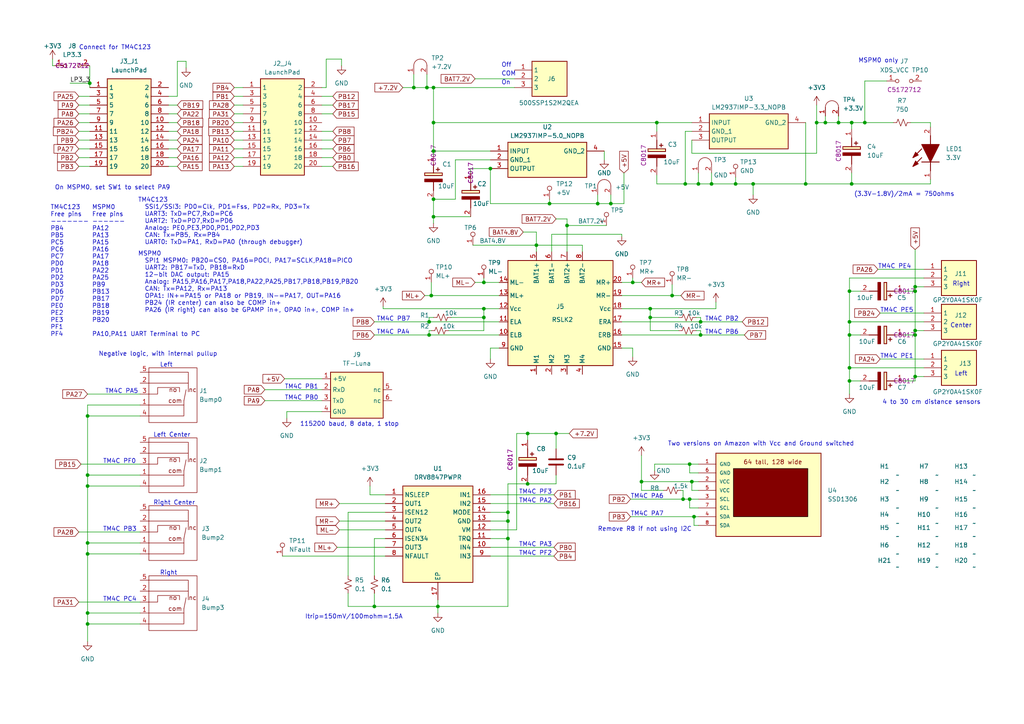
<source format=kicad_sch>
(kicad_sch (version 20230121) (generator eeschema)
  (paper "A4")
  (title_block (title "Robotics System Learning Kit") (date "2024-07-03") (rev "v2.0.1") (company "The University of Texas at Austin"))
  (lib_symbols
    (symbol "RSLK2:500SSP1S2M2QEA"
      (property "Reference" "J" (at 16.51 7.62 0))
      (property "Value" "500SSP1S2M2QEA" (at 16.51 5.08 0))
      (symbol "500SSP1S2M2QEA_1_1"
        (pin passive line (at 0 0 0) (length 5.08) (name "1") (number "1"))
        (pin passive line (at 0 -2.54 0) (length 5.08) (name "2") (number "2"))
        (pin passive line (at 0 -5.08 0) (length 5.08) (name "3") (number "3"))
      )
    )
    (symbol "RSLK2:APTD1608LSECK_J3-PF" (pin_names hide)
      (property "Reference" "LED" (at 12.7 8.89 0))
      (property "Value" "APTD1608LSECK_J3-PF" (at 12.7 6.35 0))
      (symbol "APTD1608LSECK_J3-PF_1_1"
        (pin passive line (at 0 0 0) (length 2.54) (name "K") (number "1"))
        (pin passive line (at 15.24 0 180) (length 2.54) (name "A") (number "2"))
      )
    )
    (symbol "RSLK2:C_603" (pin_numbers hide) (pin_names (offset 0.254))
      (property "Reference" "C" (at 0.635 2.54 0))
      (property "Value" "C_603" (at 0.635 -2.54 0))
      (symbol "C_603_1_1"
        (pin passive line (at 0 3.81 270) (length 2.794) (name "~") (number "1"))
        (pin passive line (at 0 -3.81 90) (length 2.794) (name "~") (number "2"))
      )
    )
    (symbol "RSLK2:D2F-01L30-D3_5pin" (pin_names (offset 0) hide)
      (property "Reference" "J" (at 3.175 12.065 0))
      (property "Value" "D2F-01L30-D3_5pin" (at -0.635 -7.62 0))
      (symbol "D2F-01L30-D3_5pin_1_1"
        (text "com" (at 5.08 1.27 0) (effects (font (size 1.27 1.27))))
        (text "nc" (at 10.16 4.445 0) (effects (font (size 1.27 1.27))))
        (text "no" (at 4.445 4.445 0) (effects (font (size 1.27 1.27))))
        (pin passive line (at -5.08 0 0) (length 2.54) (name "com") (number "1"))
        (pin passive line (at -5.08 6.35 0) (length 2.54) (name "nc") (number "2"))
        (pin passive line (at -5.08 3.175 0) (length 2.54) (name "no") (number "3"))
        (pin passive line (at -5.08 -3.175 0) (length 2.54) (name "com") (number "4"))
        (pin passive line (at -5.08 9.525 0) (length 2.54) (name "nc") (number "5"))
      )
    )
    (symbol "RSLK2:DRV8847PWPR"
      (property "Reference" "IC" (at 26.67 7.62 0))
      (property "Value" "DRV8847PWPR" (at 26.67 5.08 0))
      (symbol "DRV8847PWPR_1_1"
        (pin passive line (at 0 0 0) (length 5.08) (name "NSLEEP") (number "1"))
        (pin passive line (at 30.48 -15.24 180) (length 5.08) (name "IN4") (number "10"))
        (pin passive line (at 30.48 -12.7 180) (length 5.08) (name "TRQ") (number "11"))
        (pin passive line (at 30.48 -10.16 180) (length 5.08) (name "VM") (number "12"))
        (pin passive line (at 30.48 -7.62 180) (length 5.08) (name "GND") (number "13"))
        (pin passive line (at 30.48 -5.08 180) (length 5.08) (name "MODE") (number "14"))
        (pin passive line (at 30.48 -2.54 180) (length 5.08) (name "IN2") (number "15"))
        (pin passive line (at 30.48 0 180) (length 5.08) (name "IN1") (number "16"))
        (pin passive line (at 15.24 -30.48 90) (length 5.08) (name "EP") (number "17"))
        (pin passive line (at 0 -2.54 0) (length 5.08) (name "OUT1") (number "2"))
        (pin passive line (at 0 -5.08 0) (length 5.08) (name "ISEN12") (number "3"))
        (pin passive line (at 0 -7.62 0) (length 5.08) (name "OUT2") (number "4"))
        (pin passive line (at 0 -10.16 0) (length 5.08) (name "OUT4") (number "5"))
        (pin passive line (at 0 -12.7 0) (length 5.08) (name "ISEN34") (number "6"))
        (pin passive line (at 0 -15.24 0) (length 5.08) (name "OUT3") (number "7"))
        (pin passive line (at 0 -17.78 0) (length 5.08) (name "NFAULT") (number "8"))
        (pin passive line (at 30.48 -17.78 180) (length 5.08) (name "IN3") (number "9"))
      )
    )
    (symbol "RSLK2:Header_2" (pin_names (offset 0) hide)
      (property "Reference" "J" (at 0 2.794 0))
      (property "Value" "Header2" (at 0 -2.286 0))
      (property "LCSC" "C5172712" (at 0 0 0))
      (symbol "Header_2_1_1"
        (pin passive line (at -5.08 0 0) (length 2.54) (name "A") (number "1"))
        (pin passive line (at 5.08 0 180) (length 2.54) (name "B") (number "2"))
      )
    )
    (symbol "RSLK2:LM2937IMP-3.3_NOPB"
      (property "Reference" "IC" (at 29.21 7.62 0))
      (property "Value" "LM2937IMP-3.3_NOPB" (at 29.21 5.08 0))
      (symbol "LM2937IMP-3.3_NOPB_1_1"
        (pin passive line (at 0 0 0) (length 5.08) (name "INPUT") (number "1"))
        (pin passive line (at 0 -2.54 0) (length 5.08) (name "GND_1") (number "2"))
        (pin passive line (at 0 -5.08 0) (length 5.08) (name "OUTPUT") (number "3"))
        (pin passive line (at 33.02 0 180) (length 5.08) (name "GND_2") (number "4"))
      )
    )
    (symbol "RSLK2:LM2937IMP-5.0_NOPB"
      (property "Reference" "IC" (at 29.21 7.62 0))
      (property "Value" "LM2937IMP-5.0_NOPB" (at 29.21 5.08 0))
      (symbol "LM2937IMP-5.0_NOPB_1_1"
        (pin passive line (at 0 0 0) (length 5.08) (name "INPUT") (number "1"))
        (pin passive line (at 0 -2.54 0) (length 5.08) (name "GND_1") (number "2"))
        (pin passive line (at 0 -5.08 0) (length 5.08) (name "OUTPUT") (number "3"))
        (pin passive line (at 33.02 0 180) (length 5.08) (name "GND_2") (number "4"))
      )
    )
    (symbol "RSLK2:LaunchPad"
      (property "Reference" "J" (at 19.05 7.62 0))
      (property "Value" "LaunchPad" (at 19.05 5.08 0))
      (symbol "LaunchPad_1_1"
        (pin passive line (at 0 0 0) (length 5.08) (name "1") (number "1"))
        (pin passive line (at 22.86 -10.16 180) (length 5.08) (name "10") (number "10"))
        (pin passive line (at 0 -12.7 0) (length 5.08) (name "11") (number "11"))
        (pin passive line (at 22.86 -12.7 180) (length 5.08) (name "12") (number "12"))
        (pin passive line (at 0 -15.24 0) (length 5.08) (name "13") (number "13"))
        (pin passive line (at 22.86 -15.24 180) (length 5.08) (name "14") (number "14"))
        (pin passive line (at 0 -17.78 0) (length 5.08) (name "15") (number "15"))
        (pin passive line (at 22.86 -17.78 180) (length 5.08) (name "16") (number "16"))
        (pin passive line (at 0 -20.32 0) (length 5.08) (name "17") (number "17"))
        (pin passive line (at 22.86 -20.32 180) (length 5.08) (name "18") (number "18"))
        (pin passive line (at 0 -22.86 0) (length 5.08) (name "19") (number "19"))
        (pin passive line (at 22.86 0 180) (length 5.08) (name "2") (number "2"))
        (pin passive line (at 22.86 -22.86 180) (length 5.08) (name "20") (number "20"))
        (pin passive line (at 0 -2.54 0) (length 5.08) (name "3") (number "3"))
        (pin passive line (at 22.86 -2.54 180) (length 5.08) (name "4") (number "4"))
        (pin passive line (at 0 -5.08 0) (length 5.08) (name "5") (number "5"))
        (pin passive line (at 22.86 -5.08 180) (length 5.08) (name "6") (number "6"))
        (pin passive line (at 0 -7.62 0) (length 5.08) (name "7") (number "7"))
        (pin passive line (at 22.86 -7.62 180) (length 5.08) (name "8") (number "8"))
        (pin passive line (at 0 -10.16 0) (length 5.08) (name "9") (number "9"))
      )
    )
    (symbol "RSLK2:M22-7130342"
      (property "Reference" "J" (at 16.51 7.62 0))
      (property "Value" "M22-7130342" (at 16.51 5.08 0))
      (symbol "M22-7130342_1_1"
        (pin passive line (at 0 0 0) (length 5.08) (name "1") (number "1"))
        (pin passive line (at 0 -2.54 0) (length 5.08) (name "2") (number "2"))
        (pin passive line (at 0 -5.08 0) (length 5.08) (name "3") (number "3"))
      )
    )
    (symbol "RSLK2:MountingHole"
      (property "Reference" "H" (at 0 0 0))
    )
    (symbol "RSLK2:RSLK2"
      (property "Reference" "J" (at 0 0 0))
      (property "Value" "RSLK2" (at 0 0 0))
      (symbol "RSLK2_1_1"
        (pin passive line (at -1.27 -19.05 90) (length 2.54) (name "M1") (number "1"))
        (pin passive line (at -12.065 -7.62 0) (length 2.54) (name "ELB") (number "10"))
        (pin passive line (at -12.065 -3.81 0) (length 2.54) (name "ELA") (number "11"))
        (pin passive line (at -12.065 0 0) (length 2.54) (name "Vcc") (number "12"))
        (pin passive line (at -12.065 3.81 0) (length 2.54) (name "ML+") (number "13"))
        (pin passive line (at -12.065 7.62 0) (length 2.54) (name "ML-") (number "14"))
        (pin passive line (at 23.495 -11.43 180) (length 2.54) (name "GND") (number "15"))
        (pin passive line (at 23.495 -7.62 180) (length 2.54) (name "ERB") (number "16"))
        (pin passive line (at 23.495 -3.81 180) (length 2.54) (name "ERA") (number "17"))
        (pin passive line (at 23.495 0 180) (length 2.54) (name "Vcc") (number "18"))
        (pin passive line (at 23.495 3.81 180) (length 2.54) (name "MR-") (number "19"))
        (pin passive line (at 3.175 -19.05 90) (length 2.54) (name "M2") (number "2"))
        (pin passive line (at 23.495 7.62 180) (length 2.54) (name "MR+") (number "20"))
        (pin passive line (at 7.62 -19.05 90) (length 2.54) (name "M3") (number "3"))
        (pin passive line (at 12.065 -19.05 90) (length 2.54) (name "M4") (number "4"))
        (pin passive line (at -1.27 16.51 270) (length 2.54) (name "BAT1+") (number "5"))
        (pin passive line (at 3.175 16.51 270) (length 2.54) (name "BAT1-") (number "6"))
        (pin passive line (at 7.62 16.51 270) (length 2.54) (name "BAT2+") (number "7"))
        (pin passive line (at 12.065 16.51 270) (length 2.54) (name "BAT2-") (number "8"))
        (pin passive line (at -12.065 -11.43 0) (length 2.54) (name "GND") (number "9"))
      )
    )
    (symbol "RSLK2:R_0603" (pin_numbers hide) (pin_names (offset 0.254) hide)
      (property "Reference" "R" (at 0.762 0.508 0))
      (property "Value" "R_0603" (at 0.762 -1.016 0))
      (symbol "R_0603_1_1"
        (pin passive line (at 0 2.54 270) (length 1.016) (name "~") (number "1"))
        (pin passive line (at 0 -2.54 90) (length 1.016) (name "~") (number "2"))
      )
    )
    (symbol "RSLK2:R_0603_1500" (pin_numbers hide) (pin_names (offset 0.254) hide)
      (property "Reference" "R" (at 0.762 0.508 0))
      (property "Value" "1.5k" (at 0.762 -1.016 0))
      (symbol "R_0603_1500_1_1"
        (pin passive line (at 0 2.54 270) (length 1.016) (name "~") (number "1"))
        (pin passive line (at 0 -2.54 90) (length 1.016) (name "~") (number "2"))
      )
    )
    (symbol "RSLK2:R_0603_750" (pin_numbers hide) (pin_names (offset 0.254) hide)
      (property "Reference" "R" (at 0.762 0.508 0))
      (property "Value" "750" (at 0.762 -1.016 0))
      (symbol "R_0603_750_1_1"
        (pin passive line (at 0 2.54 270) (length 1.016) (name "~") (number "1"))
        (pin passive line (at 0 -2.54 90) (length 1.016) (name "~") (number "2"))
      )
    )
    (symbol "RSLK2:R_1206" (pin_numbers hide) (pin_names (offset 0.254) hide)
      (property "Reference" "R" (at 0.762 0.508 0))
      (property "Value" "R_1206" (at 0.762 -1.016 0))
      (symbol "R_1206_1_1"
        (pin passive line (at 0 2.54 270) (length 1.016) (name "~") (number "1"))
        (pin passive line (at 0 -2.54 90) (length 1.016) (name "~") (number "2"))
      )
    )
    (symbol "RSLK2:SSD1306" (pin_names (offset 1.016))
      (property "Reference" "U?" (at -15.24 16.002 0))
      (property "Value" "SSD1306" (at -9.525 -6.985 0))
      (symbol "SSD1306_1_0"
        (pin power_in line (at -20.32 12.065 0) (length 5.08) (name "GND") (number "1"))
        (pin power_in line (at -20.32 6.985 0) (length 5.08) (name "VCC") (number "2"))
        (pin input line (at -20.32 1.905 0) (length 5.08) (name "SCL") (number "3"))
        (pin input line (at -20.32 -3.175 0) (length 5.08) (name "SDA") (number "4"))
        (pin power_in line (at -20.32 4.445 0) (length 5.08) (name "VCC") (number "5"))
        (pin power_in line (at -20.32 9.525 0) (length 5.08) (name "GND") (number "6"))
        (pin input line (at -20.32 -0.635 0) (length 5.08) (name "SCL") (number "7"))
        (pin input line (at -20.32 -5.715 0) (length 5.08) (name "SDA") (number "8"))
      )
      (symbol "SSD1306_1_1"
        (text "64 tall, 128 wide" (at 1.27 12.7 0) (effects (font (size 1.27 1.27))))
      )
    )
    (symbol "RSLK2:TAJB106K020RNJ" (pin_names hide)
      (property "Reference" "C" (at 8.89 6.35 0))
      (property "Value" "TAJB106K020RNJ" (at 8.89 3.81 0))
      (symbol "TAJB106K020RNJ_1_1"
        (pin passive line (at 0 0 0) (length 2.54) (name "+") (number "1"))
        (pin passive line (at 12.7 0 180) (length 2.54) (name "-") (number "2"))
      )
    )
    (symbol "RSLK2:TF-Luna"
      (property "Reference" "U" (at 0 0 0))
      (property "Value" "TF-Luna" (at 0 0 0))
      (symbol "TF-Luna_1_1"
        (pin passive line (at -9.525 5.08 0) (length 2.54) (name "+5V") (number "1"))
        (pin passive line (at -9.525 1.905 0) (length 2.54) (name "RxD") (number "2"))
        (pin passive line (at -9.525 -1.27 0) (length 2.54) (name "TxD") (number "3"))
        (pin passive line (at -9.525 -4.445 0) (length 2.54) (name "GND") (number "4"))
        (pin passive line (at 10.795 1.905 180) (length 2.54) (name "nc") (number "5"))
        (pin passive line (at 10.795 -1.27 180) (length 2.54) (name "nc") (number "6"))
      )
    )
    (symbol "RSLK2:Testpoint" (pin_names (offset 0) hide)
      (property "Reference" "TP" (at 0 2.794 0))
      (property "Value" "TP" (at 0 -2.286 0))
      (symbol "Testpoint_1_1"
        (pin passive line (at -1.905 0 90) (length 2.54) (name "A") (number "1"))
        (pin passive line (at 1.905 0 90) (length 2.54) (name "B") (number "2"))
      )
    )
    (symbol "RSLK2:Testpoint_1" (pin_names (offset 0) hide)
      (property "Reference" "TP" (at 0 2.794 0))
      (property "Value" "TP" (at 0 -2.286 0))
      (symbol "Testpoint_1_1_1"
        (pin passive line (at -1.905 0 90) (length 2.54) (name "A") (number "1"))
      )
    )
    (symbol "power:+3V3" (power) (pin_names (offset 0))
      (property "Value" "+3V3" (at 0 3.556 0))
      (symbol "+3V3_1_1"
        (pin power_in line (at 0 0 90) (length 0) hide (name "+3V3") (number "1"))
      )
    )
    (symbol "power:GND" (power) (pin_names (offset 0))
      (property "Value" "GND" (at 0 -3.81 0))
      (symbol "GND_1_1"
        (pin power_in line (at 0 0 270) (length 0) hide (name "GND") (number "1"))
      )
    )
  )
  (junction (at 140.335 92.075))
  (junction (at 183.515 81.915))
  (junction (at 153.035 140.335))
  (junction (at 140.335 89.535))
  (junction (at 265.43 84.455))
  (junction (at 198.12 144.78))
  (junction (at 155.575 71.12))
  (junction (at 239.395 35.56))
  (junction (at 247.015 35.56))
  (junction (at 164.465 65.405))
  (junction (at 25.4 177.8))
  (junction (at 108.585 175.895))
  (junction (at 198.755 53.34))
  (junction (at 125.73 62.865))
  (junction (at 190.5 35.56))
  (junction (at 161.29 125.73))
  (junction (at 147.32 151.13))
  (junction (at 236.855 35.56))
  (junction (at 25.4 137.795))
  (junction (at 147.32 148.59))
  (junction (at 201.295 149.86))
  (junction (at 159.385 59.055))
  (junction (at 200.025 134.62))
  (junction (at 186.055 139.7))
  (junction (at 125.73 35.56))
  (junction (at 213.36 53.34))
  (junction (at 25.4 180.975))
  (junction (at 120.015 25.4))
  (junction (at 265.43 109.22))
  (junction (at 25.4 120.65))
  (junction (at 124.46 97.155))
  (junction (at 246.38 97.155))
  (junction (at 243.205 35.56))
  (junction (at 206.375 53.34))
  (junction (at 124.46 93.345))
  (junction (at 125.73 43.815))
  (junction (at 200.66 139.7))
  (junction (at 233.68 53.34))
  (junction (at 142.24 48.895))
  (junction (at 203.2 97.155))
  (junction (at 246.38 84.455))
  (junction (at 153.035 125.73))
  (junction (at 202.565 53.34))
  (junction (at 265.43 95.885))
  (junction (at 177.165 59.055))
  (junction (at 125.095 85.725))
  (junction (at 246.38 93.345))
  (junction (at 188.595 92.075))
  (junction (at 127 175.895))
  (junction (at 140.335 81.915))
  (junction (at 123.825 25.4))
  (junction (at 25.4 160.655))
  (junction (at 247.015 53.34))
  (junction (at 265.43 97.155))
  (junction (at 246.38 110.49))
  (junction (at 125.73 57.785))
  (junction (at 194.945 85.725))
  (junction (at 173.355 59.055))
  (junction (at 250.825 35.56))
  (junction (at 218.44 53.34))
  (junction (at 25.4 157.48))
  (junction (at 246.38 106.68))
  (junction (at 188.595 89.535))
  (junction (at 200.025 144.78))
  (junction (at 147.32 156.21))
  (junction (at 203.2 93.345))
  (junction (at 26.035 24.13))
  (junction (at 125.73 25.4))
  (junction (at 25.4 140.97))
  (junction (at 265.43 83.185))
  (wire (pts (xy 98.425 153.67) (xy 111.76 153.67)))
  (wire (pts (xy 149.86 125.73) (xy 153.035 125.73)))
  (wire (pts (xy 93.345 45.72) (xy 96.52 45.72)))
  (wire (pts (xy 140.335 81.915) (xy 144.78 81.915)))
  (wire (pts (xy 250.825 35.56) (xy 259.08 35.56)))
  (wire (pts (xy 168.91 71.12) (xy 168.91 73.025)))
  (wire (pts (xy 265.43 84.455) (xy 265.43 95.885)))
  (wire (pts (xy 180.34 97.155) (xy 203.2 97.155)))
  (wire (pts (xy 132.08 46.355) (xy 132.08 57.785)))
  (wire (pts (xy 255.27 104.14) (xy 267.97 104.14)))
  (wire (pts (xy 136.525 48.895) (xy 136.525 50.165)))
  (wire (pts (xy 25.4 177.8) (xy 25.4 160.655)))
  (wire (pts (xy 125.73 92.075) (xy 124.46 92.075)))
  (wire (pts (xy 108.585 156.21) (xy 108.585 167.005)))
  (wire (pts (xy 93.345 40.64) (xy 96.52 40.64)))
  (wire (pts (xy 67.945 45.72) (xy 70.485 45.72)))
  (wire (pts (xy 142.24 146.05) (xy 160.655 146.05)))
  (wire (pts (xy 160.02 67.945) (xy 160.02 73.025)))
  (wire (pts (xy 206.375 50.165) (xy 206.375 53.34)))
  (wire (pts (xy 206.375 53.34) (xy 213.36 53.34)))
  (wire (pts (xy 137.795 22.86) (xy 149.225 22.86)))
  (wire (pts (xy 108.585 97.155) (xy 124.46 97.155)))
  (wire (pts (xy 218.44 53.34) (xy 233.68 53.34)))
  (wire (pts (xy 93.345 30.48) (xy 96.52 30.48)))
  (wire (pts (xy 48.895 38.1) (xy 51.435 38.1)))
  (wire (pts (xy 147.32 140.335) (xy 147.32 148.59)))
  (wire (pts (xy 140.335 92.075) (xy 140.335 89.535)))
  (wire (pts (xy 246.38 110.49) (xy 246.38 114.3)))
  (wire (pts (xy 246.38 80.645) (xy 246.38 84.455)))
  (wire (pts (xy 140.335 95.885) (xy 140.335 92.075)))
  (wire (pts (xy 25.4 177.8) (xy 40.64 177.8)))
  (wire (pts (xy 236.855 35.56) (xy 239.395 35.56)))
  (wire (pts (xy 25.4 140.97) (xy 40.64 140.97)))
  (wire (pts (xy 164.465 65.405) (xy 164.465 73.025)))
  (wire (pts (xy 165.1 125.73) (xy 161.29 125.73)))
  (wire (pts (xy 196.85 95.885) (xy 188.595 95.885)))
  (wire (pts (xy 67.945 43.18) (xy 70.485 43.18)))
  (wire (pts (xy 124.46 97.155) (xy 144.78 97.155)))
  (wire (pts (xy 22.86 30.48) (xy 26.035 30.48)))
  (wire (pts (xy 125.73 25.4) (xy 149.225 25.4)))
  (wire (pts (xy 67.945 48.26) (xy 70.485 48.26)))
  (wire (pts (xy 147.32 148.59) (xy 147.32 151.13)))
  (wire (pts (xy 200.66 40.64) (xy 200.66 44.45)))
  (wire (pts (xy 250.825 23.495) (xy 250.825 35.56)))
  (wire (pts (xy 22.86 174.625) (xy 40.64 174.625)))
  (wire (pts (xy 183.515 100.965) (xy 180.34 100.965)))
  (wire (pts (xy 194.945 82.55) (xy 194.945 85.725)))
  (wire (pts (xy 142.24 158.75) (xy 160.655 158.75)))
  (wire (pts (xy 155.575 71.12) (xy 155.575 73.025)))
  (wire (pts (xy 246.38 97.155) (xy 249.555 97.155)))
  (wire (pts (xy 125.73 43.815) (xy 125.73 35.56)))
  (wire (pts (xy 25.4 137.795) (xy 40.64 137.795)))
  (wire (pts (xy 144.78 89.535) (xy 140.335 89.535)))
  (wire (pts (xy 125.095 95.885) (xy 124.46 95.885)))
  (wire (pts (xy 200.66 38.1) (xy 198.755 38.1)))
  (wire (pts (xy 188.595 92.075) (xy 188.595 89.535)))
  (wire (pts (xy 164.465 63.5) (xy 164.465 65.405)))
  (wire (pts (xy 25.4 117.475) (xy 40.64 117.475)))
  (wire (pts (xy 123.825 25.4) (xy 125.73 25.4)))
  (wire (pts (xy 25.4 180.975) (xy 25.4 177.8)))
  (wire (pts (xy 130.175 95.885) (xy 140.335 95.885)))
  (wire (pts (xy 247.015 53.34) (xy 269.875 53.34)))
  (wire (pts (xy 203.2 93.345) (xy 215.265 93.345)))
  (wire (pts (xy 161.29 63.5) (xy 164.465 63.5)))
  (wire (pts (xy 188.595 89.535) (xy 207.645 89.535)))
  (wire (pts (xy 186.055 132.08) (xy 186.055 139.7)))
  (wire (pts (xy 262.255 84.455) (xy 265.43 84.455)))
  (wire (pts (xy 111.76 156.21) (xy 108.585 156.21)))
  (wire (pts (xy 93.345 25.4) (xy 94.615 25.4)))
  (wire (pts (xy 155.575 71.12) (xy 168.91 71.12)))
  (wire (pts (xy 116.84 25.4) (xy 120.015 25.4)))
  (wire (pts (xy 254.635 78.105) (xy 267.97 78.105)))
  (wire (pts (xy 25.4 120.65) (xy 40.64 120.65)))
  (wire (pts (xy 108.585 172.085) (xy 108.585 175.895)))
  (wire (pts (xy 76.835 113.03) (xy 93.345 113.03)))
  (wire (pts (xy 53.975 17.78) (xy 53.975 19.685)))
  (wire (pts (xy 198.12 144.78) (xy 200.025 144.78)))
  (wire (pts (xy 98.425 146.05) (xy 111.76 146.05)))
  (wire (pts (xy 67.945 38.1) (xy 70.485 38.1)))
  (wire (pts (xy 183.515 103.505) (xy 183.515 100.965)))
  (wire (pts (xy 23.495 134.62) (xy 40.64 134.62)))
  (wire (pts (xy 107.315 143.51) (xy 107.315 140.97)))
  (wire (pts (xy 100.965 175.895) (xy 108.585 175.895)))
  (wire (pts (xy 125.73 35.56) (xy 125.73 25.4)))
  (wire (pts (xy 48.895 43.18) (xy 51.435 43.18)))
  (wire (pts (xy 153.035 127.635) (xy 153.035 125.73)))
  (wire (pts (xy 189.865 134.62) (xy 189.865 136.525)))
  (wire (pts (xy 161.29 137.795) (xy 161.29 140.335)))
  (wire (pts (xy 159.385 59.055) (xy 173.355 59.055)))
  (wire (pts (xy 67.945 33.02) (xy 70.485 33.02)))
  (wire (pts (xy 246.38 84.455) (xy 249.555 84.455)))
  (wire (pts (xy 190.5 50.8) (xy 190.5 53.34)))
  (wire (pts (xy 125.095 81.915) (xy 125.095 85.725)))
  (wire (pts (xy 202.565 147.32) (xy 200.025 147.32)))
  (wire (pts (xy 180.34 85.725) (xy 194.945 85.725)))
  (wire (pts (xy 111.125 89.535) (xy 111.125 88.9)))
  (wire (pts (xy 22.86 27.94) (xy 26.035 27.94)))
  (wire (pts (xy 243.205 33.655) (xy 243.205 35.56)))
  (wire (pts (xy 48.895 27.94) (xy 51.435 27.94)))
  (wire (pts (xy 182.88 149.86) (xy 201.295 149.86)))
  (wire (pts (xy 142.24 100.965) (xy 144.78 100.965)))
  (wire (pts (xy 20.32 24.13) (xy 26.035 24.13)))
  (wire (pts (xy 250.825 23.495) (xy 257.175 23.495)))
  (wire (pts (xy 15.875 19.05) (xy 15.24 19.05)))
  (wire (pts (xy 182.88 144.78) (xy 198.12 144.78)))
  (wire (pts (xy 153.035 140.335) (xy 147.32 140.335)))
  (wire (pts (xy 267.97 95.885) (xy 265.43 95.885)))
  (wire (pts (xy 186.055 139.7) (xy 200.66 139.7)))
  (wire (pts (xy 200.025 134.62) (xy 202.565 134.62)))
  (wire (pts (xy 98.425 151.13) (xy 111.76 151.13)))
  (wire (pts (xy 22.86 40.64) (xy 26.035 40.64)))
  (wire (pts (xy 201.295 152.4) (xy 201.295 149.86)))
  (wire (pts (xy 267.97 109.22) (xy 265.43 109.22)))
  (wire (pts (xy 93.345 48.26) (xy 96.52 48.26)))
  (wire (pts (xy 265.43 110.49) (xy 265.43 109.22)))
  (wire (pts (xy 189.865 134.62) (xy 200.025 134.62)))
  (wire (pts (xy 25.4 140.97) (xy 25.4 137.795)))
  (wire (pts (xy 198.12 144.78) (xy 198.12 142.24)))
  (wire (pts (xy 246.38 106.68) (xy 246.38 110.49)))
  (wire (pts (xy 25.4 120.65) (xy 25.4 137.795)))
  (wire (pts (xy 22.86 33.02) (xy 26.035 33.02)))
  (wire (pts (xy 202.565 137.16) (xy 200.025 137.16)))
  (wire (pts (xy 155.575 67.31) (xy 155.575 71.12)))
  (wire (pts (xy 247.015 50.165) (xy 247.015 53.34)))
  (wire (pts (xy 142.24 104.14) (xy 142.24 100.965)))
  (wire (pts (xy 246.38 84.455) (xy 246.38 93.345)))
  (wire (pts (xy 161.29 140.335) (xy 153.035 140.335)))
  (wire (pts (xy 186.055 142.24) (xy 186.055 139.7)))
  (wire (pts (xy 213.36 51.435) (xy 213.36 53.34)))
  (wire (pts (xy 183.515 80.645) (xy 183.515 81.915)))
  (wire (pts (xy 269.875 53.34) (xy 269.875 52.07)))
  (wire (pts (xy 25.4 140.97) (xy 25.4 157.48)))
  (wire (pts (xy 233.68 53.34) (xy 247.015 53.34)))
  (wire (pts (xy 26.035 19.05) (xy 26.035 24.13)))
  (wire (pts (xy 142.24 151.13) (xy 147.32 151.13)))
  (wire (pts (xy 192.405 142.24) (xy 186.055 142.24)))
  (wire (pts (xy 111.76 143.51) (xy 107.315 143.51)))
  (wire (pts (xy 200.025 147.32) (xy 200.025 144.78)))
  (wire (pts (xy 200.025 144.78) (xy 202.565 144.78)))
  (wire (pts (xy 125.73 35.56) (xy 190.5 35.56)))
  (wire (pts (xy 264.16 35.56) (xy 269.875 35.56)))
  (wire (pts (xy 183.515 81.915) (xy 180.34 81.915)))
  (wire (pts (xy 93.345 38.1) (xy 96.52 38.1)))
  (wire (pts (xy 233.68 35.56) (xy 233.68 53.34)))
  (wire (pts (xy 180.34 89.535) (xy 188.595 89.535)))
  (wire (pts (xy 67.945 27.94) (xy 70.485 27.94)))
  (wire (pts (xy 67.945 30.48) (xy 70.485 30.48)))
  (wire (pts (xy 198.12 142.24) (xy 197.485 142.24)))
  (wire (pts (xy 76.835 116.205) (xy 93.345 116.205)))
  (wire (pts (xy 246.38 106.68) (xy 267.97 106.68)))
  (wire (pts (xy 22.86 45.72) (xy 26.035 45.72)))
  (wire (pts (xy 180.34 67.945) (xy 160.02 67.945)))
  (wire (pts (xy 236.855 35.56) (xy 236.855 44.45)))
  (wire (pts (xy 22.86 38.1) (xy 26.035 38.1)))
  (wire (pts (xy 48.895 48.26) (xy 51.435 48.26)))
  (wire (pts (xy 142.24 156.21) (xy 147.32 156.21)))
  (wire (pts (xy 81.915 161.29) (xy 111.76 161.29)))
  (wire (pts (xy 142.24 148.59) (xy 147.32 148.59)))
  (wire (pts (xy 188.595 92.075) (xy 196.85 92.075)))
  (wire (pts (xy 22.86 35.56) (xy 26.035 35.56)))
  (wire (pts (xy 94.615 25.4) (xy 94.615 17.145)))
  (wire (pts (xy 25.4 157.48) (xy 40.64 157.48)))
  (wire (pts (xy 239.395 35.56) (xy 243.205 35.56)))
  (wire (pts (xy 124.46 92.075) (xy 124.46 93.345)))
  (wire (pts (xy 48.895 40.64) (xy 51.435 40.64)))
  (wire (pts (xy 164.465 65.405) (xy 175.895 65.405)))
  (wire (pts (xy 48.895 35.56) (xy 51.435 35.56)))
  (wire (pts (xy 67.945 40.64) (xy 70.485 40.64)))
  (wire (pts (xy 123.825 21.59) (xy 123.825 25.4)))
  (wire (pts (xy 125.73 57.785) (xy 132.08 57.785)))
  (wire (pts (xy 147.32 151.13) (xy 147.32 156.21)))
  (wire (pts (xy 161.29 125.73) (xy 161.29 130.175)))
  (wire (pts (xy 48.895 33.02) (xy 51.435 33.02)))
  (wire (pts (xy 99.06 17.145) (xy 99.06 19.05)))
  (wire (pts (xy 124.46 95.885) (xy 124.46 97.155)))
  (wire (pts (xy 180.975 50.165) (xy 180.975 59.055)))
  (wire (pts (xy 201.93 92.075) (xy 203.2 92.075)))
  (wire (pts (xy 203.2 92.075) (xy 203.2 93.345)))
  (wire (pts (xy 127 175.895) (xy 127 177.8)))
  (wire (pts (xy 93.345 27.94) (xy 96.52 27.94)))
  (wire (pts (xy 25.4 114.3) (xy 40.64 114.3)))
  (wire (pts (xy 25.4 160.655) (xy 40.64 160.655)))
  (wire (pts (xy 136.525 48.895) (xy 142.24 48.895)))
  (wire (pts (xy 22.86 154.305) (xy 40.64 154.305)))
  (wire (pts (xy 239.395 33.655) (xy 239.395 35.56)))
  (wire (pts (xy 173.355 56.515) (xy 173.355 59.055)))
  (wire (pts (xy 67.945 25.4) (xy 70.485 25.4)))
  (wire (pts (xy 190.5 35.56) (xy 200.66 35.56)))
  (wire (pts (xy 198.755 53.34) (xy 202.565 53.34)))
  (wire (pts (xy 267.97 83.185) (xy 265.43 83.185)))
  (wire (pts (xy 183.515 81.915) (xy 186.055 81.915)))
  (wire (pts (xy 125.73 57.785) (xy 125.73 62.865)))
  (wire (pts (xy 147.32 175.895) (xy 127 175.895)))
  (wire (pts (xy 132.08 46.355) (xy 142.24 46.355)))
  (wire (pts (xy 111.125 89.535) (xy 140.335 89.535)))
  (wire (pts (xy 26.035 24.13) (xy 26.035 25.4)))
  (wire (pts (xy 203.2 95.885) (xy 203.2 97.155)))
  (wire (pts (xy 25.4 180.975) (xy 25.4 186.055)))
  (wire (pts (xy 246.38 110.49) (xy 249.555 110.49)))
  (wire (pts (xy 265.43 83.185) (xy 265.43 72.39)))
  (wire (pts (xy 93.345 43.18) (xy 96.52 43.18)))
  (wire (pts (xy 123.825 25.4) (xy 120.015 25.4)))
  (wire (pts (xy 142.24 143.51) (xy 160.655 143.51)))
  (wire (pts (xy 153.035 125.73) (xy 161.29 125.73)))
  (wire (pts (xy 159.385 57.785) (xy 159.385 59.055)))
  (wire (pts (xy 82.55 109.855) (xy 93.345 109.855)))
  (wire (pts (xy 207.645 87.63) (xy 207.645 89.535)))
  (wire (pts (xy 142.24 59.055) (xy 159.385 59.055)))
  (wire (pts (xy 15.24 19.05) (xy 15.24 17.145)))
  (wire (pts (xy 265.43 97.155) (xy 265.43 95.885)))
  (wire (pts (xy 177.165 59.055) (xy 180.975 59.055)))
  (wire (pts (xy 137.795 81.915) (xy 140.335 81.915)))
  (wire (pts (xy 200.66 139.7) (xy 202.565 139.7)))
  (wire (pts (xy 123.19 85.725) (xy 125.095 85.725)))
  (wire (pts (xy 147.32 156.21) (xy 147.32 175.895)))
  (wire (pts (xy 262.255 110.49) (xy 265.43 110.49)))
  (wire (pts (xy 125.73 43.815) (xy 142.24 43.815)))
  (wire (pts (xy 100.965 148.59) (xy 100.965 167.005)))
  (wire (pts (xy 83.185 119.38) (xy 83.185 121.285)))
  (wire (pts (xy 190.5 53.34) (xy 198.755 53.34)))
  (wire (pts (xy 247.015 37.465) (xy 247.015 35.56)))
  (wire (pts (xy 125.73 62.865) (xy 136.525 62.865)))
  (wire (pts (xy 202.565 50.165) (xy 202.565 53.34)))
  (wire (pts (xy 97.79 158.75) (xy 111.76 158.75)))
  (wire (pts (xy 246.38 93.345) (xy 246.38 97.155)))
  (wire (pts (xy 108.585 175.895) (xy 127 175.895)))
  (wire (pts (xy 236.855 35.56) (xy 236.855 30.48)))
  (wire (pts (xy 203.2 97.155) (xy 215.9 97.155)))
  (wire (pts (xy 180.34 68.58) (xy 180.34 67.945)))
  (wire (pts (xy 194.945 85.725) (xy 197.485 85.725)))
  (wire (pts (xy 243.205 35.56) (xy 247.015 35.56)))
  (wire (pts (xy 22.86 43.18) (xy 26.035 43.18)))
  (wire (pts (xy 137.16 71.12) (xy 155.575 71.12)))
  (wire (pts (xy 201.295 149.86) (xy 202.565 149.86)))
  (wire (pts (xy 108.585 93.345) (xy 124.46 93.345)))
  (wire (pts (xy 120.015 21.59) (xy 120.015 25.4)))
  (wire (pts (xy 201.93 95.885) (xy 203.2 95.885)))
  (wire (pts (xy 124.46 93.345) (xy 144.78 93.345)))
  (wire (pts (xy 255.27 90.805) (xy 267.97 90.805)))
  (wire (pts (xy 142.24 153.67) (xy 149.86 153.67)))
  (wire (pts (xy 51.435 17.78) (xy 53.975 17.78)))
  (wire (pts (xy 202.565 152.4) (xy 201.295 152.4)))
  (wire (pts (xy 48.895 30.48) (xy 51.435 30.48)))
  (wire (pts (xy 218.44 53.34) (xy 218.44 56.515)))
  (wire (pts (xy 125.73 43.815) (xy 125.73 45.085)))
  (wire (pts (xy 200.025 137.16) (xy 200.025 134.62)))
  (wire (pts (xy 200.66 44.45) (xy 236.855 44.45)))
  (wire (pts (xy 22.86 48.26) (xy 26.035 48.26)))
  (wire (pts (xy 246.38 97.155) (xy 246.38 106.68)))
  (wire (pts (xy 67.945 35.56) (xy 70.485 35.56)))
  (wire (pts (xy 51.435 27.94) (xy 51.435 17.78)))
  (wire (pts (xy 202.565 142.24) (xy 200.66 142.24)))
  (wire (pts (xy 111.76 148.59) (xy 100.965 148.59)))
  (wire (pts (xy 93.345 33.02) (xy 96.52 33.02)))
  (wire (pts (xy 151.765 67.31) (xy 155.575 67.31)))
  (wire (pts (xy 125.73 62.865) (xy 125.73 64.77)))
  (wire (pts (xy 93.345 119.38) (xy 83.185 119.38)))
  (wire (pts (xy 262.255 97.155) (xy 265.43 97.155)))
  (wire (pts (xy 25.4 180.975) (xy 40.64 180.975)))
  (wire (pts (xy 25.4 117.475) (xy 25.4 120.65)))
  (wire (pts (xy 130.81 92.075) (xy 140.335 92.075)))
  (wire (pts (xy 246.38 93.345) (xy 267.97 93.345)))
  (wire (pts (xy 190.5 35.56) (xy 190.5 38.1)))
  (wire (pts (xy 265.43 109.22) (xy 265.43 97.155)))
  (wire (pts (xy 202.565 53.34) (xy 206.375 53.34)))
  (wire (pts (xy 25.4 160.655) (xy 25.4 157.48)))
  (wire (pts (xy 265.43 83.185) (xy 265.43 84.455)))
  (wire (pts (xy 100.965 172.085) (xy 100.965 175.895)))
  (wire (pts (xy 269.875 35.56) (xy 269.875 36.83)))
  (wire (pts (xy 142.24 161.29) (xy 160.655 161.29)))
  (wire (pts (xy 127 173.99) (xy 127 175.895)))
  (wire (pts (xy 198.755 38.1) (xy 198.755 53.34)))
  (wire (pts (xy 200.66 142.24) (xy 200.66 139.7)))
  (wire (pts (xy 177.165 59.055) (xy 173.355 59.055)))
  (wire (pts (xy 180.34 93.345) (xy 203.2 93.345)))
  (wire (pts (xy 94.615 17.145) (xy 99.06 17.145)))
  (wire (pts (xy 140.335 80.645) (xy 140.335 81.915)))
  (wire (pts (xy 149.86 153.67) (xy 149.86 125.73)))
  (wire (pts (xy 175.26 43.815) (xy 175.26 46.355)))
  (wire (pts (xy 125.095 85.725) (xy 144.78 85.725)))
  (wire (pts (xy 177.165 56.515) (xy 177.165 59.055)))
  (wire (pts (xy 188.595 95.885) (xy 188.595 92.075)))
  (wire (pts (xy 247.015 35.56) (xy 250.825 35.56)))
  (wire (pts (xy 246.38 80.645) (xy 267.97 80.645)))
  (wire (pts (xy 142.24 48.895) (xy 142.24 59.055)))
  (wire (pts (xy 48.895 45.72) (xy 51.435 45.72)))
  (wire (pts (xy 213.36 53.34) (xy 218.44 53.34)))
  (text "TM4C PB7" (at 109.22 93.345 0) (effects (font (size 1.27 1.27)) (justify left bottom)))
  (text "TM4C PE5" (at 255.27 90.805 0) (effects (font (size 1.27 1.27)) (justify left bottom)))
  (text "Negative logic, with internal pullup" (at 28.575 103.505 0) (effects (font (size 1.27 1.27)) (justify left bottom)))
  (text "TM4C PF2" (at 150.495 161.29 0) (effects (font (size 1.27 1.27)) (justify left bottom)))
  (text "TM4C PC4" (at 29.845 174.625 0) (effects (font (size 1.27 1.27)) (justify left bottom)))
  (text "115200 baud, 8 data, 1 stop" (at 86.995 123.825 0) (effects (font (size 1.27 1.27)) (justify left bottom)))
  (text "Right" (at 276.225 83.185 0) (effects (font (size 1.27 1.27)) (justify left bottom)))
  (text "TM4C PA3" (at 150.495 158.75 0) (effects (font (size 1.27 1.27)) (justify left bottom)))
  (text "MSPM0 \nFree pins\n------\nPA12    \nPA13    \nPA15 \nPA16    \nPA17    \nPA18    \nPA22    \nPA25    \nPB9     \nPB13   \nPB17     \nPB18    \nPB19    \nPB20    \n\nPA10,PA11 UART Terminal to PC" (at 26.67 97.79 0) (effects (font (size 1.27 1.27)) (justify left bottom)))
  (text "On" (at 145.415 24.765 0) (effects (font (size 1.27 1.27)) (justify left bottom)))
  (text "TM4C PB2" (at 204.47 93.345 0) (effects (font (size 1.27 1.27)) (justify left bottom)))
  (text "TM4C123 \nFree pins\n-------\nPB4 \nPB5  \nPC5\nPC6\nPC7\nPD0\nPD1\nPD2\nPD3\nPD6\nPD7\nPE0\nPE2\nPE3\nPF1\nPF4" (at 14.605 97.79 0) (effects (font (size 1.27 1.27)) (justify left bottom)))
  (text "TM4C PA4" (at 109.22 97.155 0) (effects (font (size 1.27 1.27)) (justify left bottom)))
  (text "Left Center" (at 44.45 127 0) (effects (font (size 1.27 1.27)) (justify left bottom)))
  (text "Connect for TM4C123" (at 43.815 14.605 0) (effects (font (size 1.27 1.27)) (justify right bottom)))
  (text "Left" (at 46.355 106.68 0) (effects (font (size 1.27 1.27)) (justify left bottom)))
  (text "TM4C PF3" (at 150.495 143.51 0) (effects (font (size 1.27 1.27)) (justify left bottom)))
  (text "TM4C PA6" (at 182.88 144.78 0) (effects (font (size 1.27 1.27)) (justify left bottom)))
  (text "MSPM0 \n  SPI1 MSPM0: PB20=CS0, PA16=POCI, PA17=SCLK,PA18=PICO\n  UART2: PB17=TxD, PB18=RxD\n  12-bit DAC output: PA15 \n  Analog: PA15,PA16,PA17,PA18,PA22,PA25,PB17,PB18,PB19,PB20\n  CAN: Tx=PA12, Rx=PA13\n  OPA1: IN+=PA15 or PA18 or PB19, IN-=PA17, OUT=PA16\n  PB24 (IR center) can also be COMP in+\n  PA26 (IR right) can also be GPAMP in+, OPA0 in+, COMP in+" (at 40.005 90.805 0) (effects (font (size 1.27 1.27)) (justify left bottom)))
  (text "TM4C PB1" (at 82.55 113.03 0) (effects (font (size 1.27 1.27)) (justify left bottom)))
  (text "TM4C PF0" (at 29.845 134.62 0) (effects (font (size 1.27 1.27)) (justify left bottom)))
  (text "Two versions on Amazon with Vcc and Ground switched" (at 193.675 129.54 0) (effects (font (size 1.27 1.27)) (justify left bottom)))
  (text "Itrip=150mV/100mohm=1.5A" (at 116.84 179.705 0) (effects (font (size 1.27 1.27)) (justify right bottom)))
  (text "TM4C PA5" (at 30.48 114.3 0) (effects (font (size 1.27 1.27)) (justify left bottom)))
  (text "Off" (at 145.415 19.685 0) (effects (font (size 1.27 1.27)) (justify left bottom)))
  (text "4 to 30 cm distance sensors" (at 255.905 117.475 0) (effects (font (size 1.27 1.27)) (justify left bottom)))
  (text "TM4C PB6" (at 204.47 97.155 0) (effects (font (size 1.27 1.27)) (justify left bottom)))
  (text "On MSPM0, set SW1 to select PA9" (at 15.875 55.245 0) (effects (font (size 1.27 1.27)) (justify left bottom)))
  (text "Left" (at 276.86 109.22 0) (effects (font (size 1.27 1.27)) (justify left bottom)))
  (text "Remove R8 if not using I2C" (at 173.355 154.305 0) (effects (font (size 1.27 1.27)) (justify left bottom)))
  (text "TM4C PB0" (at 82.55 116.205 0) (effects (font (size 1.27 1.27)) (justify left bottom)))
  (text "Right Center" (at 44.45 146.685 0) (effects (font (size 1.27 1.27)) (justify left bottom)))
  (text "Center" (at 275.59 95.25 0) (effects (font (size 1.27 1.27)) (justify left bottom)))
  (text "TM4C PE4" (at 254.635 78.105 0) (effects (font (size 1.27 1.27)) (justify left bottom)))
  (text "(3.3V-1.8V)/2mA = 750ohms" (at 276.86 57.15 0) (effects (font (size 1.27 1.27)) (justify right bottom)))
  (text "TM4C PB3" (at 29.845 154.305 0) (effects (font (size 1.27 1.27)) (justify left bottom)))
  (text "TM4C PA7" (at 182.88 149.86 0) (effects (font (size 1.27 1.27)) (justify left bottom)))
  (text "MSPM0 only" (at 248.92 18.415 0) (effects (font (size 1.27 1.27)) (justify left bottom)))
  (text "Right" (at 46.355 167.005 0) (effects (font (size 1.27 1.27)) (justify left bottom)))
  (text "COM" (at 145.415 22.225 0) (effects (font (size 1.27 1.27)) (justify left bottom)))
  (text "TM4C PE1" (at 255.27 104.14 0) (effects (font (size 1.27 1.27)) (justify left bottom)))
  (text "TM4C PA2" (at 150.495 146.05 0) (effects (font (size 1.27 1.27)) (justify left bottom)))
  (text "TM4C123\n  SSI1/SSI3: PD0=Clk, PD1=Fss, PD2=Rx, PD3=Tx\n  UART3: TxD=PC7,RxD=PC6\n  UART2: TxD=PD7,RxD=PD6\n  Analog: PE0,PE3,PD0,PD1,PD2,PD3\n  CAN: Tx=PB5, Rx=PB4\n  UART0: TxD=PA1, RxD=PA0 (through debugger)" (at 40.005 71.12 0) (effects (font (size 1.27 1.27)) (justify left bottom)))
  (label "LP3_3" (at 20.32 24.13 0))
  (global_label "PA26" (shape input) (at 22.86 35.56 180) (property "Intersheetrefs" "${INTERSHEET_REFS}" (effects hide)))
  (global_label "PA8" (shape input) (at 76.835 113.03 180) (property "Intersheetrefs" "${INTERSHEET_REFS}" (effects hide)))
  (global_label "ML-" (shape input) (at 137.795 81.915 180) (property "Intersheetrefs" "${INTERSHEET_REFS}" (effects hide)))
  (global_label "+5V" (shape input) (at 265.43 72.39 90) (property "Intersheetrefs" "${INTERSHEET_REFS}" (effects hide)))
  (global_label "PA10" (shape input) (at 67.945 40.64 180) (property "Intersheetrefs" "${INTERSHEET_REFS}" (effects hide)))
  (global_label "PA13" (shape input) (at 67.945 48.26 180) (property "Intersheetrefs" "${INTERSHEET_REFS}" (effects hide)))
  (global_label "MR+" (shape input) (at 186.055 81.915 0) (property "Intersheetrefs" "${INTERSHEET_REFS}" (effects hide)))
  (global_label "PB0" (shape input) (at 160.655 158.75 0) (property "Intersheetrefs" "${INTERSHEET_REFS}" (effects hide)))
  (global_label "+5V" (shape input) (at 180.975 50.165 90) (property "Intersheetrefs" "${INTERSHEET_REFS}" (effects hide)))
  (global_label "PB24" (shape input) (at 22.86 38.1 180) (property "Intersheetrefs" "${INTERSHEET_REFS}" (effects hide)))
  (global_label "PA15" (shape input) (at 51.435 48.26 0) (property "Intersheetrefs" "${INTERSHEET_REFS}" (effects hide)))
  (global_label "PA27" (shape input) (at 25.4 114.3 180) (property "Intersheetrefs" "${INTERSHEET_REFS}" (effects hide)))
  (global_label "PB13" (shape input) (at 67.945 38.1 180) (property "Intersheetrefs" "${INTERSHEET_REFS}" (effects hide)))
  (global_label "PA22" (shape input) (at 51.435 33.02 0) (property "Intersheetrefs" "${INTERSHEET_REFS}" (effects hide)))
  (global_label "PB3" (shape input) (at 22.86 48.26 180) (property "Intersheetrefs" "${INTERSHEET_REFS}" (effects hide)))
  (global_label "PB4" (shape input) (at 67.945 25.4 180) (property "Intersheetrefs" "${INTERSHEET_REFS}" (effects hide)))
  (global_label "PA28" (shape input) (at 67.945 30.48 180) (property "Intersheetrefs" "${INTERSHEET_REFS}" (effects hide)))
  (global_label "PB2" (shape input) (at 22.86 45.72 180) (property "Intersheetrefs" "${INTERSHEET_REFS}" (effects hide)))
  (global_label "PB1" (shape input) (at 160.655 143.51 0) (property "Intersheetrefs" "${INTERSHEET_REFS}" (effects hide)))
  (global_label "PA25" (shape input) (at 22.86 27.94 180) (property "Intersheetrefs" "${INTERSHEET_REFS}" (effects hide)))
  (global_label "PB3" (shape input) (at 182.88 149.86 180) (property "Intersheetrefs" "${INTERSHEET_REFS}" (effects hide)))
  (global_label "PA26" (shape input) (at 254.635 78.105 180) (property "Intersheetrefs" "${INTERSHEET_REFS}" (effects hide)))
  (global_label "PB2" (shape input) (at 182.88 144.78 180) (property "Intersheetrefs" "${INTERSHEET_REFS}" (effects hide)))
  (global_label "BAT4.8V" (shape input) (at 151.765 67.31 180) (property "Intersheetrefs" "${INTERSHEET_REFS}" (effects hide)))
  (global_label "PB19" (shape input) (at 51.435 30.48 0) (property "Intersheetrefs" "${INTERSHEET_REFS}" (effects hide)))
  (global_label "PA18" (shape input) (at 51.435 38.1 0) (property "Intersheetrefs" "${INTERSHEET_REFS}" (effects hide)))
  (global_label "PA24" (shape input) (at 255.27 104.14 180) (property "Intersheetrefs" "${INTERSHEET_REFS}" (effects hide)))
  (global_label "PB8" (shape input) (at 108.585 93.345 180) (property "Intersheetrefs" "${INTERSHEET_REFS}" (effects hide)))
  (global_label "PA8" (shape input) (at 22.86 33.02 180) (property "Intersheetrefs" "${INTERSHEET_REFS}" (effects hide)))
  (global_label "PB12" (shape input) (at 215.265 93.345 0) (property "Intersheetrefs" "${INTERSHEET_REFS}" (effects hide)))
  (global_label "PA28" (shape input) (at 22.86 154.305 180) (property "Intersheetrefs" "${INTERSHEET_REFS}" (effects hide)))
  (global_label "PB6" (shape input) (at 108.585 97.155 180) (property "Intersheetrefs" "${INTERSHEET_REFS}" (effects hide)))
  (global_label "BAT7.2V" (shape input) (at 161.29 63.5 180) (property "Intersheetrefs" "${INTERSHEET_REFS}" (effects hide)))
  (global_label "ML-" (shape input) (at 98.425 153.67 180) (property "Intersheetrefs" "${INTERSHEET_REFS}" (effects hide)))
  (global_label "PB8" (shape input) (at 96.52 38.1 0) (property "Intersheetrefs" "${INTERSHEET_REFS}" (effects hide)))
  (global_label "PB17" (shape input) (at 96.52 30.48 0) (property "Intersheetrefs" "${INTERSHEET_REFS}" (effects hide)))
  (global_label "+5V" (shape input) (at 82.55 109.855 180) (property "Intersheetrefs" "${INTERSHEET_REFS}" (effects hide)))
  (global_label "PB6" (shape input) (at 96.52 43.18 0) (property "Intersheetrefs" "${INTERSHEET_REFS}" (effects hide)))
  (global_label "BAT7.2V" (shape input) (at 137.795 22.86 180) (property "Intersheetrefs" "${INTERSHEET_REFS}" (effects hide)))
  (global_label "PB7" (shape input) (at 96.52 40.64 0) (property "Intersheetrefs" "${INTERSHEET_REFS}" (effects hide)))
  (global_label "PB7" (shape input) (at 215.9 97.155 0) (property "Intersheetrefs" "${INTERSHEET_REFS}" (effects hide)))
  (global_label "PA16" (shape input) (at 51.435 45.72 0) (property "Intersheetrefs" "${INTERSHEET_REFS}" (effects hide)))
  (global_label "PB16" (shape input) (at 96.52 48.26 0) (property "Intersheetrefs" "${INTERSHEET_REFS}" (effects hide)))
  (global_label "PA24" (shape input) (at 51.435 40.64 0) (property "Intersheetrefs" "${INTERSHEET_REFS}" (effects hide)))
  (global_label "PB9" (shape input) (at 22.86 40.64 180) (property "Intersheetrefs" "${INTERSHEET_REFS}" (effects hide)))
  (global_label "PB18" (shape input) (at 51.435 35.56 0) (property "Intersheetrefs" "${INTERSHEET_REFS}" (effects hide)))
  (global_label "PB0" (shape input) (at 96.52 45.72 0) (property "Intersheetrefs" "${INTERSHEET_REFS}" (effects hide)))
  (global_label "PA9" (shape input) (at 76.835 116.205 180) (property "Intersheetrefs" "${INTERSHEET_REFS}" (effects hide)))
  (global_label "PA11" (shape input) (at 67.945 43.18 180) (property "Intersheetrefs" "${INTERSHEET_REFS}" (effects hide)))
  (global_label "PA31" (shape input) (at 67.945 33.02 180) (property "Intersheetrefs" "${INTERSHEET_REFS}" (effects hide)))
  (global_label "PB20" (shape input) (at 67.945 35.56 180) (property "Intersheetrefs" "${INTERSHEET_REFS}" (effects hide)))
  (global_label "+7.2V" (shape input) (at 165.1 125.73 0) (property "Intersheetrefs" "${INTERSHEET_REFS}" (effects hide)))
  (global_label "PA12" (shape input) (at 67.945 45.72 180) (property "Intersheetrefs" "${INTERSHEET_REFS}" (effects hide)))
  (global_label "PB15" (shape input) (at 96.52 33.02 0) (property "Intersheetrefs" "${INTERSHEET_REFS}" (effects hide)))
  (global_label "PB12" (shape input) (at 96.52 27.94 0) (property "Intersheetrefs" "${INTERSHEET_REFS}" (effects hide)))
  (global_label "PB24" (shape input) (at 255.27 90.805 180) (property "Intersheetrefs" "${INTERSHEET_REFS}" (effects hide)))
  (global_label "MR+" (shape input) (at 98.425 146.05 180) (property "Intersheetrefs" "${INTERSHEET_REFS}" (effects hide)))
  (global_label "PA27" (shape input) (at 22.86 43.18 180) (property "Intersheetrefs" "${INTERSHEET_REFS}" (effects hide)))
  (global_label "PA31" (shape input) (at 22.86 174.625 180) (property "Intersheetrefs" "${INTERSHEET_REFS}" (effects hide)))
  (global_label "PA9" (shape input) (at 22.86 30.48 180) (property "Intersheetrefs" "${INTERSHEET_REFS}" (effects hide)))
  (global_label "PB4" (shape input) (at 160.655 161.29 0) (property "Intersheetrefs" "${INTERSHEET_REFS}" (effects hide)))
  (global_label "PB15" (shape input) (at 23.495 134.62 180) (property "Intersheetrefs" "${INTERSHEET_REFS}" (effects hide)))
  (global_label "+7.2V" (shape input) (at 116.84 25.4 180) (property "Intersheetrefs" "${INTERSHEET_REFS}" (effects hide)))
  (global_label "PB16" (shape input) (at 160.655 146.05 0) (property "Intersheetrefs" "${INTERSHEET_REFS}" (effects hide)))
  (global_label "PA17" (shape input) (at 51.435 43.18 0) (property "Intersheetrefs" "${INTERSHEET_REFS}" (effects hide)))
  (global_label "PB1" (shape input) (at 67.945 27.94 180) (property "Intersheetrefs" "${INTERSHEET_REFS}" (effects hide)))
  (global_label "ML+" (shape input) (at 97.79 158.75 180) (property "Intersheetrefs" "${INTERSHEET_REFS}" (effects hide)))
  (global_label "ML+" (shape input) (at 123.19 85.725 180) (property "Intersheetrefs" "${INTERSHEET_REFS}" (effects hide)))
  (global_label "MR-" (shape input) (at 197.485 85.725 0) (property "Intersheetrefs" "${INTERSHEET_REFS}" (effects hide)))
  (global_label "MR-" (shape input) (at 98.425 151.13 180) (property "Intersheetrefs" "${INTERSHEET_REFS}" (effects hide)))
  (symbol (lib_id "RSLK2:Testpoint_1") (at 83.82 161.29 0) (unit 1)
    (property "Reference" "TP11" (at 83.82 156.845 0) (effects (justify left)))
    (property "Value" "NFault" (at 83.82 159.385 0) (effects (justify left)))
    (property "Footprint" "RSLK2:Testpoint_1x1" (effects hide))
  )
  (symbol (lib_id "RSLK2:MountingHole") (at 271.78 164.465 0) (unit 1)
    (property "Reference" "H19" (at 267.97 162.56 0))
    (property "Value" "~" (at 271.78 164.465 0))
    (property "Footprint" "RSLK2:MountingHole_4_40" (effects hide))
  )
  (symbol (lib_id "RSLK2:MountingHole") (at 260.35 147.32 0) (unit 1)
    (property "Reference" "H3" (at 256.54 144.78 0))
    (property "Value" "~" (at 260.35 147.32 0))
    (property "Footprint" "RSLK2:MountingHole_4_40" (effects hide))
  )
  (symbol (lib_id "power:GND") (at 183.515 103.505 0) (unit 1)
    (property "Reference" "#PWR05" (effects hide))
    (property "Value" "GND" (at 183.515 108.585 0))
  )
  (symbol (lib_id "RSLK2:LM2937IMP-5.0_NOPB") (at 142.24 43.815 0) (unit 1)
    (property "Reference" "U2" (at 158.75 36.83 0))
    (property "Value" "LM2937IMP-5.0_NOPB" (at 158.75 39.37 0))
    (property "Footprint" "RSLK2:SOT230P700X180-4N" (effects hide))
    (property "Datasheet" "https://www.ti.com/lit/ds/symlink/lm2937.pdf?ts=1607582693087&ref_url=https%253A%252F%252Fwww.ti.com%252Fsitesearch%252Fdocs%252Funiversalsearch.tsp%253FsearchTerm%253DLM2937IMP-3.3%252FNOPB" (effects hide))
    (property "Height" "1.8" (effects hide))
    (property "Mouser Part Number" "926-LM2937IMP5.0NOPB " (effects hide))
    (property "Mouser Price/Stock" "926-LM2937IMP5.0NOPB " (effects hide))
    (property "Manufacturer_Name" "Texas Instruments" (effects hide))
    (property "Manufacturer_Part_Number" "LM2937IMP-3.3/NOPB" (effects hide))
    (property "LCSC" "C42249" (effects hide))
  )
  (symbol (lib_id "RSLK2:MountingHole") (at 282.575 137.795 0) (unit 1)
    (property "Reference" "H13" (at 278.765 135.255 0))
    (property "Value" "~" (at 282.575 137.795 0))
    (property "Footprint" "RSLK2:MountingHole_4_40" (effects hide))
  )
  (symbol (lib_id "RSLK2:D2F-01L30-D3_5pin") (at 45.72 157.48 0) (unit 1)
    (property "Reference" "J3" (at 58.42 153.3525 0) (effects (justify left)))
    (property "Value" "Bump2" (at 58.42 155.8925 0) (effects (justify left)))
    (property "Footprint" "RSLK2:D2F-01L30-D3_5pin" (effects hide))
  )
  (symbol (lib_id "RSLK2:RSLK2") (at 156.845 89.535 0) (unit 1)
    (property "Reference" "J5" (at 161.29 88.9 0) (effects (justify left)))
    (property "Value" "RSLK2" (at 160.02 92.71 0) (effects (justify left)))
    (property "Footprint" "RSLK2:RSLK_Chassis" (effects hide))
  )
  (symbol (lib_id "power:GND") (at 142.24 104.14 0) (unit 1)
    (property "Reference" "#PWR06" (effects hide))
    (property "Value" "GND" (at 142.24 109.22 0))
  )
  (symbol (lib_id "RSLK2:TF-Luna") (at 102.87 114.935 0) (unit 1)
    (property "Reference" "J9" (at 103.505 102.87 0))
    (property "Value" "TF-Luna" (at 103.505 105.41 0))
    (property "Footprint" "RSLK2:JST-GH_1x06_1.25mm" (effects hide))
    (property "Datasheet" "https://en.benewake.com/TFLuna/index_proid_328.html" (effects hide))
  )
  (symbol (lib_id "RSLK2:MountingHole") (at 260.35 137.795 0) (unit 1)
    (property "Reference" "H1" (at 256.54 135.255 0))
    (property "Value" "~" (at 260.35 137.795 0))
    (property "Footprint" "RSLK2:MountingHole_4_40" (effects hide))
  )
  (symbol (lib_id "RSLK2:Header_2") (at 262.255 23.495 0) (unit 1)
    (property "Reference" "J7" (at 262.255 17.78 0))
    (property "Value" "XDS_VCC TP10" (at 262.255 20.32 0))
    (property "Footprint" "RSLK2:PinHeader_1x02_P2.54mm_Vertical" (effects hide))
    (property "LCSC" "C5172712" (at 262.255 26.035 0))
  )
  (symbol (lib_id "RSLK2:MountingHole") (at 271.78 137.795 0) (unit 1)
    (property "Reference" "H7" (at 267.97 135.255 0))
    (property "Value" "~" (at 271.78 137.795 0))
    (property "Footprint" "RSLK2:MountingHole_4_40" (effects hide))
  )
  (symbol (lib_id "RSLK2:R_0603_1500") (at 194.945 142.24 90) (unit 1)
    (property "Reference" "R8" (at 189.865 141.605 90))
    (property "Value" "1.5k" (at 197.485 140.97 90))
    (property "Footprint" "RSLK2:R_0603_1608Metric" (effects hide))
    (property "Datasheet" "https://users.ece.utexas.edu/~valvano/mspm0/CarbonFilmresistors.pdf" (effects hide))
    (property "LCSC" "C216914" (effects hide))
  )
  (symbol (lib_id "RSLK2:SSD1306") (at 222.885 146.685 0) (unit 1)
    (property "Reference" "U4" (at 240.03 142.24 0) (effects (justify left)))
    (property "Value" "SSD1306" (at 240.03 144.78 0) (effects (justify left)))
    (property "Footprint" "RSLK2:SSD1306" (effects hide))
    (property "Datasheet" "https://www.seeedstudio.com/Grove-OLED-Display-0-66-SSD1306-v1-0-p-5096.html" (effects hide))
    (property "Distributor" "Amazib" (effects hide))
    (property "Manufacturer" "https://www.amazon.com/s?k=SSD1306" (effects hide))
    (property "P/N" "713-104020248" (effects hide))
    (property "Cost" "5.50" (effects hide))
  )
  (symbol (lib_id "RSLK2:M22-7130342") (at 267.97 90.805 0) (unit 1)
    (property "Reference" "J12" (at 276.86 91.44 0) (effects (justify left)))
    (property "Value" "GP2Y0A41SK0F" (at 270.51 99.695 0) (effects (justify left)))
    (property "Footprint" "RSLK2:SHDR3W50P0X200_1X3_650X240X440P" (effects hide))
    (property "Datasheet" "https://cdn.harwin.com/pdfs/M22-713.pdf" (effects hide))
    (property "Height" "4.4" (effects hide))
    (property "Mouser Part Number" "855-M22-7130342" (effects hide))
    (property "Mouser Price/Stock" "https://www.mouser.co.uk/ProductDetail/Harwin/M22-7130342?qs=ulE8k0yEMYayWQDoDALDQw%3D%3D" (effects hide))
    (property "Manufacturer_Name" "Harwin" (effects hide))
    (property "Manufacturer_Part_Number" "M22-7130342" (effects hide))
  )
  (symbol (lib_id "power:GND") (at 180.34 68.58 0) (unit 1)
    (property "Reference" "#PWR08" (effects hide))
    (property "Value" "GND" (at 180.34 73.66 0))
  )
  (symbol (lib_id "RSLK2:MountingHole") (at 271.78 160.655 0) (unit 1)
    (property "Reference" "H12" (at 267.97 158.115 0))
    (property "Value" "~" (at 271.78 160.655 0))
    (property "Footprint" "RSLK2:MountingHole_4_40" (effects hide))
  )
  (symbol (lib_id "RSLK2:D2F-01L30-D3_5pin") (at 45.72 137.795 0) (unit 1)
    (property "Reference" "J2" (at 57.785 133.6675 0) (effects (justify left)))
    (property "Value" "Bump1" (at 57.785 136.2075 0) (effects (justify left)))
    (property "Footprint" "RSLK2:D2F-01L30-D3_5pin" (effects hide))
  )
  (symbol (lib_id "RSLK2:MountingHole") (at 260.35 155.575 0) (unit 1)
    (property "Reference" "H5" (at 256.54 153.035 0))
    (property "Value" "~" (at 260.35 155.575 0))
    (property "Footprint" "RSLK2:MountingHole_4_40" (effects hide))
  )
  (symbol (lib_id "RSLK2:Testpoint_1") (at 127 81.915 0) (unit 1)
    (property "Reference" "TP10" (at 126.365 77.47 0) (effects (justify left)))
    (property "Value" "ML+" (at 126.365 80.01 0) (effects (justify left)))
    (property "Footprint" "RSLK2:Testpoint_1x1" (effects hide))
  )
  (symbol (lib_id "RSLK2:Testpoint") (at 204.47 50.165 0) (unit 1)
    (property "Reference" "TP3" (at 207.01 46.355 0) (effects (justify left)))
    (property "Value" "GND" (at 207.01 50.8 0) (effects (justify left)))
    (property "Footprint" "RSLK2:Testpoint_1x02_P2.54mm" (effects hide))
  )
  (symbol (lib_id "RSLK2:C_603") (at 161.29 133.985 0) (unit 1)
    (property "Reference" "C9" (at 164.465 132.715 0) (effects (justify left)))
    (property "Value" "0.1uF" (at 164.465 135.255 0) (effects (justify left)))
    (property "Footprint" "RSLK2:C_0603_1608Metric" (effects hide))
    (property "LCSC" "C5186689" (effects hide))
  )
  (symbol (lib_id "power:GND") (at 125.73 64.77 0) (unit 1)
    (property "Reference" "#PWR01" (effects hide))
    (property "Value" "GND" (at 125.73 69.85 0))
  )
  (symbol (lib_id "RSLK2:TAJB106K020RNJ") (at 262.255 110.49 180) (unit 1)
    (property "Reference" "C7" (at 261.62 112.395 0))
    (property "Value" "10uF" (at 251.46 112.395 0))
    (property "Footprint" "RSLK2:CAPPM3528X210N" (effects hide))
    (property "Datasheet" "http://datasheets.avx.com/TAJ.pdf" (effects hide))
    (property "Height" "2.1" (effects hide))
    (property "Mouser Part Number" "581-TAJB106K020R" (effects hide))
    (property "Mouser Price/Stock" "https://www.mouser.co.uk/ProductDetail/AVX/TAJB106K020RNJ?qs=wgedUHV26DU9fTMcPwz0xA%3D%3D" (effects hide))
    (property "Manufacturer_Name" "Kyocera AVX" (effects hide))
    (property "Manufacturer_Part_Number" "TAJB106K020RNJ" (effects hide))
    (property "LCSC" "C8017" (at 262.255 110.49 0))
  )
  (symbol (lib_id "RSLK2:MountingHole") (at 282.575 155.575 0) (unit 1)
    (property "Reference" "H17" (at 278.765 153.035 0))
    (property "Value" "~" (at 282.575 155.575 0))
    (property "Footprint" "RSLK2:MountingHole_4_40" (effects hide))
  )
  (symbol (lib_id "power:GND") (at 218.44 56.515 0) (unit 1)
    (property "Reference" "#PWR0107" (effects hide))
    (property "Value" "GND" (at 218.44 61.595 0))
  )
  (symbol (lib_id "RSLK2:MountingHole") (at 260.35 160.655 0) (unit 1)
    (property "Reference" "H6" (at 256.54 158.115 0))
    (property "Value" "~" (at 260.35 160.655 0))
    (property "Footprint" "RSLK2:MountingHole_4_40" (effects hide))
  )
  (symbol (lib_id "RSLK2:MountingHole") (at 260.35 164.465 0) (unit 1)
    (property "Reference" "H21" (at 256.54 162.56 0))
    (property "Value" "~" (at 260.35 164.465 0))
    (property "Footprint" "RSLK2:MountingHole_4_40" (effects hide))
  )
  (symbol (lib_id "RSLK2:Testpoint_1") (at 161.29 57.785 0) (unit 1)
    (property "Reference" "TP12" (at 161.29 53.34 0) (effects (justify left)))
    (property "Value" "+5V" (at 161.29 55.88 0) (effects (justify left)))
    (property "Footprint" "RSLK2:Testpoint_1x1" (effects hide))
  )
  (symbol (lib_id "RSLK2:MountingHole") (at 271.78 151.765 0) (unit 1)
    (property "Reference" "H10" (at 267.97 149.225 0))
    (property "Value" "~" (at 271.78 151.765 0))
    (property "Footprint" "RSLK2:MountingHole_4_40" (effects hide))
  )
  (symbol (lib_id "power:+3V3") (at 111.125 88.9 0) (unit 1)
    (property "Reference" "#PWR010" (effects hide))
    (property "Value" "+3V3" (at 111.125 83.82 0))
  )
  (symbol (lib_id "RSLK2:R_1206") (at 108.585 169.545 0) (unit 1)
    (property "Reference" "R6" (at 110.49 168.275 0) (effects (justify left)))
    (property "Value" "0.1" (at 110.49 170.815 0) (effects (justify left)))
    (property "Footprint" "RSLK2:R_1206_3216Metric" (effects hide))
    (property "Datasheet" "https://users.ece.utexas.edu/~valvano/mspm0/CarbonFilmresistors.pdf" (effects hide))
    (property "LCSC" "C2889036" (effects hide))
  )
  (symbol (lib_id "RSLK2:Testpoint_1") (at 177.8 65.405 0) (unit 1)
    (property "Reference" "TP5" (at 177.165 60.96 0) (effects (justify left)))
    (property "Value" "BAT7.2V" (at 167.64 64.135 0) (effects (justify left)))
    (property "Footprint" "RSLK2:Testpoint_1x1" (effects hide))
  )
  (symbol (lib_id "RSLK2:TAJB106K020RNJ") (at 247.015 37.465 270) (unit 1)
    (property "Reference" "C4" (at 251.46 42.545 90) (effects (justify left)))
    (property "Value" "10uF" (at 251.46 45.085 90) (effects (justify left)))
    (property "Footprint" "RSLK2:CAPPM3528X210N" (effects hide))
    (property "Datasheet" "http://datasheets.avx.com/TAJ.pdf" (effects hide))
    (property "Height" "2.1" (effects hide))
    (property "Mouser Part Number" "581-TAJB106K020R" (effects hide))
    (property "Mouser Price/Stock" "https://www.mouser.co.uk/ProductDetail/AVX/TAJB106K020RNJ?qs=wgedUHV26DU9fTMcPwz0xA%3D%3D" (effects hide))
    (property "Manufacturer_Name" "Kyocera AVX" (effects hide))
    (property "Manufacturer_Part_Number" "TAJB106K020RNJ" (effects hide))
    (property "LCSC" "C8017" (at 243.205 43.815 0))
  )
  (symbol (lib_id "RSLK2:LM2937IMP-3.3_NOPB") (at 200.66 35.56 0) (unit 1)
    (property "Reference" "U3" (at 217.17 28.575 0))
    (property "Value" "LM2937IMP-3.3_NOPB" (at 217.17 31.115 0))
    (property "Footprint" "RSLK2:SOT230P700X180-4N" (effects hide))
    (property "Datasheet" "https://www.ti.com/lit/ds/symlink/lm2937.pdf?ts=1607582693087&ref_url=https%253A%252F%252Fwww.ti.com%252Fsitesearch%252Fdocs%252Funiversalsearch.tsp%253FsearchTerm%253DLM2937IMP-3.3%252FNOPB" (effects hide))
    (property "Height" "1.8" (effects hide))
    (property "Mouser Part Number" "926-LM2937IMP3.3NOPB" (effects hide))
    (property "Mouser Price/Stock" "https://www.mouser.co.uk/ProductDetail/Texas-Instruments/LM2937IMP-3.3-NOPB?qs=X1J7HmVL2ZFVwNOBcwuxRQ%3D%3D" (effects hide))
    (property "Manufacturer_Name" "Texas Instruments" (effects hide))
    (property "Manufacturer_Part_Number" "LM2937IMP-3.3/NOPB" (effects hide))
    (property "LCSC" "C140265" (effects hide))
  )
  (symbol (lib_id "power:+3V3") (at 15.24 17.145 0) (unit 1)
    (property "Reference" "#PWR012" (effects hide))
    (property "Value" "+3V3" (at 15.24 13.335 0))
  )
  (symbol (lib_id "RSLK2:APTD1608LSECK_J3-PF") (at 269.875 52.07 90) (unit 1)
    (property "Reference" "LED1" (at 274.32 43.18 90) (effects (justify right)))
    (property "Value" "3.3V" (at 274.32 45.72 90) (effects (justify right)))
    (property "Footprint" "RSLK2:APT1608CGCK" (effects hide))
    (property "Datasheet" "https://www.kingbrightusa.com/images/catalog/SPEC/APTD1608LSECK-J3-PF.pdf" (effects hide))
    (property "Height" "0.75" (effects hide))
    (property "Mouser Part Number" "604-APTD1608LSECKJ3F" (effects hide))
    (property "Mouser Price/Stock" "https://www.mouser.co.uk/ProductDetail/Kingbright/APTD1608LSECK-J3-PF?qs=6oMev5NRZMF205XngnIJQg%3D%3D" (effects hide))
    (property "Manufacturer_Name" "Kingbright" (effects hide))
    (property "Manufacturer_Part_Number" "APTD1608LSECK/J3-PF" (effects hide))
    (property "LCSC" "C5879214" (effects hide))
  )
  (symbol (lib_id "RSLK2:MountingHole") (at 271.78 142.24 0) (unit 1)
    (property "Reference" "H8" (at 267.97 139.7 0))
    (property "Value" "~" (at 271.78 142.24 0))
    (property "Footprint" "RSLK2:MountingHole_4_40" (effects hide))
  )
  (symbol (lib_id "RSLK2:MountingHole") (at 282.575 164.465 0) (unit 1)
    (property "Reference" "H20" (at 278.765 162.56 0))
    (property "Value" "~" (at 282.575 164.465 0))
    (property "Footprint" "RSLK2:MountingHole_4_40" (effects hide))
  )
  (symbol (lib_id "RSLK2:Testpoint") (at 241.3 33.655 0) (unit 1)
    (property "Reference" "TP4" (at 244.475 28.8924 0) (effects (justify left)))
    (property "Value" "+3.3V" (at 244.475 31.4324 0) (effects (justify left)))
    (property "Footprint" "RSLK2:Testpoint_1x02_P2.54mm" (effects hide))
  )
  (symbol (lib_id "RSLK2:TAJB106K020RNJ") (at 262.255 84.455 180) (unit 1)
    (property "Reference" "C5" (at 262.89 86.36 0) (effects (justify left)))
    (property "Value" "10uF" (at 253.365 86.36 0) (effects (justify left)))
    (property "Footprint" "RSLK2:CAPPM3528X210N" (effects hide))
    (property "Datasheet" "http://datasheets.avx.com/TAJ.pdf" (effects hide))
    (property "Height" "2.1" (effects hide))
    (property "Mouser Part Number" "581-TAJB106K020R" (effects hide))
    (property "Mouser Price/Stock" "https://www.mouser.co.uk/ProductDetail/AVX/TAJB106K020RNJ?qs=wgedUHV26DU9fTMcPwz0xA%3D%3D" (effects hide))
    (property "Manufacturer_Name" "Kyocera AVX" (effects hide))
    (property "Manufacturer_Part_Number" "TAJB106K020RNJ" (effects hide))
    (property "LCSC" "C8017" (at 262.255 84.455 0))
  )
  (symbol (lib_id "RSLK2:R_0603") (at 127.635 95.885 90) (unit 1)
    (property "Reference" "R2" (at 123.19 94.615 90))
    (property "Value" "10k" (at 130.175 94.615 90))
    (property "Footprint" "RSLK2:R_0603_1608Metric" (effects hide))
    (property "Datasheet" "https://users.ece.utexas.edu/~valvano/mspm0/CarbonFilmresistors.pdf" (effects hide))
    (property "LCSC" "C340542" (effects hide))
  )
  (symbol (lib_id "RSLK2:D2F-01L30-D3_5pin") (at 45.72 117.475 0) (unit 1)
    (property "Reference" "J1" (at 57.785 113.3475 0) (effects (justify left)))
    (property "Value" "Bump0" (at 57.785 115.8875 0) (effects (justify left)))
    (property "Footprint" "RSLK2:D2F-01L30-D3_5pin" (effects hide))
  )
  (symbol (lib_id "power:GND") (at 25.4 186.055 0) (unit 1)
    (property "Reference" "#PWR03" (effects hide))
    (property "Value" "GND" (at 25.4 191.135 0))
  )
  (symbol (lib_id "power:+3V3") (at 107.315 140.97 0) (unit 1)
    (property "Reference" "#PWR017" (effects hide))
    (property "Value" "+3V3" (at 107.315 135.89 0))
  )
  (symbol (lib_id "power:GND") (at 127 177.8 0) (unit 1)
    (property "Reference" "#PWR016" (effects hide))
    (property "Value" "GND" (at 127 182.88 0))
  )
  (symbol (lib_id "power:GND") (at 99.06 19.05 0) (unit 1)
    (property "Reference" "#PWR014" (effects hide))
    (property "Value" "GND" (at 99.06 24.13 0))
  )
  (symbol (lib_id "RSLK2:R_1206") (at 100.965 169.545 0) (unit 1)
    (property "Reference" "R5" (at 102.87 168.275 0) (effects (justify left)))
    (property "Value" "0.1" (at 102.87 170.815 0) (effects (justify left)))
    (property "Footprint" "RSLK2:R_1206_3216Metric" (effects hide))
    (property "Datasheet" "https://users.ece.utexas.edu/~valvano/mspm0/CarbonFilmresistors.pdf" (effects hide))
    (property "LCSC" "C2889036" (effects hide))
  )
  (symbol (lib_id "RSLK2:MountingHole") (at 282.575 142.24 0) (unit 1)
    (property "Reference" "H14" (at 278.765 139.7 0))
    (property "Value" "~" (at 282.575 142.24 0))
    (property "Footprint" "RSLK2:MountingHole_4_40" (effects hide))
  )
  (symbol (lib_id "RSLK2:MountingHole") (at 282.575 160.655 0) (unit 1)
    (property "Reference" "H18" (at 278.765 158.115 0))
    (property "Value" "~" (at 282.575 160.655 0))
    (property "Footprint" "RSLK2:MountingHole_4_40" (effects hide))
  )
  (symbol (lib_id "power:GND") (at 53.975 19.685 0) (unit 1)
    (property "Reference" "#PWR013" (effects hide))
    (property "Value" "GND" (at 53.975 24.765 0))
  )
  (symbol (lib_id "RSLK2:MountingHole") (at 271.78 147.32 0) (unit 1)
    (property "Reference" "H9" (at 267.97 144.78 0))
    (property "Value" "~" (at 271.78 147.32 0))
    (property "Footprint" "RSLK2:MountingHole_4_40" (effects hide))
  )
  (symbol (lib_id "RSLK2:TAJB106K020RNJ") (at 190.5 38.1 270) (unit 1)
    (property "Reference" "C3" (at 193.675 41.91 90) (effects (justify left)))
    (property "Value" "10uF" (at 192.405 46.99 90) (effects (justify left)))
    (property "Footprint" "RSLK2:CAPPM3528X210N" (effects hide))
    (property "Datasheet" "http://datasheets.avx.com/TAJ.pdf" (effects hide))
    (property "Height" "2.1" (effects hide))
    (property "Mouser Part Number" "581-TAJB106K020R" (effects hide))
    (property "Mouser Price/Stock" "https://www.mouser.co.uk/ProductDetail/AVX/TAJB106K020RNJ?qs=wgedUHV26DU9fTMcPwz0xA%3D%3D" (effects hide))
    (property "Manufacturer_Name" "Kyocera AVX" (effects hide))
    (property "Manufacturer_Part_Number" "TAJB106K020RNJ" (effects hide))
    (property "LCSC" "C8017" (at 186.69 45.085 0))
  )
  (symbol (lib_id "RSLK2:MountingHole") (at 282.575 147.32 0) (unit 1)
    (property "Reference" "H15" (at 278.765 144.78 0))
    (property "Value" "~" (at 282.575 147.32 0))
    (property "Footprint" "RSLK2:MountingHole_4_40" (effects hide))
  )
  (symbol (lib_id "RSLK2:Testpoint_1") (at 142.24 80.645 0) (unit 1)
    (property "Reference" "TP9" (at 141.605 76.2 0) (effects (justify left)))
    (property "Value" "ML-" (at 141.605 78.74 0) (effects (justify left)))
    (property "Footprint" "RSLK2:Testpoint_1x1" (effects hide))
  )
  (symbol (lib_id "RSLK2:500SSP1S2M2QEA") (at 149.225 20.32 0) (unit 1)
    (property "Reference" "J6" (at 158.75 22.86 0) (effects (justify left)))
    (property "Value" "500SSP1S2M2QEA" (at 150.495 29.845 0) (effects (justify left)))
    (property "Footprint" "RSLK2:500SSP1S2M2QEA" (effects hide))
    (property "Datasheet" "https://configured-product-images.s3.amazonaws.com/2D/specs/500SSP1S2M2QEA.pdf" (effects hide))
    (property "Height" "6.6" (effects hide))
    (property "Mouser Part Number" "612-500SSP1S2M2QEA" (effects hide))
    (property "Mouser Price/Stock" "https://www.mouser.co.uk/ProductDetail/E-Switch/500SSP1S2M2QEA?qs=f57gQzlyLipU%252BL4xPBemOw%3D%3D" (effects hide))
    (property "Manufacturer_Name" "E-Switch" (effects hide))
    (property "Manufacturer_Part_Number" "500SSP1S2M2QEA" (effects hide))
    (property "LCSC" "C2913788" (effects hide))
  )
  (symbol (lib_id "RSLK2:M22-7130342") (at 267.97 78.105 0) (unit 1)
    (property "Reference" "J11" (at 276.86 79.375 0) (effects (justify left)))
    (property "Value" "GP2Y0A41SK0F" (at 270.51 86.995 0) (effects (justify left)))
    (property "Footprint" "RSLK2:SHDR3W50P0X200_1X3_650X240X440P" (effects hide))
    (property "Datasheet" "https://cdn.harwin.com/pdfs/M22-713.pdf" (effects hide))
    (property "Height" "4.4" (effects hide))
    (property "Mouser Part Number" "855-M22-7130342" (effects hide))
    (property "Mouser Price/Stock" "https://www.mouser.co.uk/ProductDetail/Harwin/M22-7130342?qs=ulE8k0yEMYayWQDoDALDQw%3D%3D" (effects hide))
    (property "Manufacturer_Name" "Harwin" (effects hide))
    (property "Manufacturer_Part_Number" "M22-7130342" (effects hide))
  )
  (symbol (lib_id "RSLK2:TAJB106K020RNJ") (at 153.035 127.635 270) (unit 1)
    (property "Reference" "C8" (at 155.575 130.175 90) (effects (justify left)))
    (property "Value" "10uF" (at 154.305 136.525 90) (effects (justify left)))
    (property "Footprint" "RSLK2:CAPPM3528X210N" (effects hide))
    (property "Datasheet" "http://datasheets.avx.com/TAJ.pdf" (effects hide))
    (property "Height" "2.1" (effects hide))
    (property "Mouser Part Number" "581-TAJB106K020R" (effects hide))
    (property "Mouser Price/Stock" "https://www.mouser.co.uk/ProductDetail/AVX/TAJB106K020RNJ?qs=wgedUHV26DU9fTMcPwz0xA%3D%3D" (effects hide))
    (property "Manufacturer_Name" "Kyocera AVX" (effects hide))
    (property "Manufacturer_Part_Number" "TAJB106K020RNJ" (effects hide))
    (property "LCSC" "C8017" (at 147.955 133.35 0))
  )
  (symbol (lib_id "RSLK2:M22-7130342") (at 267.97 104.14 0) (unit 1)
    (property "Reference" "J13" (at 278.13 105.41 0) (effects (justify left)))
    (property "Value" "GP2Y0A41SK0F" (at 270.51 113.665 0) (effects (justify left)))
    (property "Footprint" "RSLK2:SHDR3W50P0X200_1X3_650X240X440P" (effects hide))
    (property "Datasheet" "https://cdn.harwin.com/pdfs/M22-713.pdf" (effects hide))
    (property "Height" "4.4" (effects hide))
    (property "Mouser Part Number" "855-M22-7130342" (effects hide))
    (property "Mouser Price/Stock" "https://www.mouser.co.uk/ProductDetail/Harwin/M22-7130342?qs=ulE8k0yEMYayWQDoDALDQw%3D%3D" (effects hide))
    (property "Manufacturer_Name" "Harwin" (effects hide))
    (property "Manufacturer_Part_Number" "M22-7130342" (effects hide))
  )
  (symbol (lib_id "RSLK2:MountingHole") (at 260.35 151.765 0) (unit 1)
    (property "Reference" "H4" (at 256.54 149.225 0))
    (property "Value" "~" (at 260.35 151.765 0))
    (property "Footprint" "RSLK2:MountingHole_4_40" (effects hide))
  )
  (symbol (lib_id "RSLK2:DRV8847PWPR") (at 111.76 143.51 0) (unit 1)
    (property "Reference" "U1" (at 127 135.89 0))
    (property "Value" "DRV8847PWPR" (at 127 138.43 0))
    (property "Footprint" "RSLK2:SOP65P640X120-17N" (effects hide))
    (property "Datasheet" "http://www.ti.com/general/docs/lit/getliterature.tsp?genericPartNumber=DRV8847&fileType=pdf&HQS=ti-null-null-sf-df-pf-sep-wwe&DCM=yes" (effects hide))
    (property "Height" "1.2" (effects hide))
    (property "Mouser Part Number" "595-DRV8847PWPR" (effects hide))
    (property "Mouser Price/Stock" "https://www.mouser.co.uk/ProductDetail/Texas-Instruments/DRV8847PWPR?qs=w%2Fv1CP2dgqrvdo8J8mfnIQ%3D%3D" (effects hide))
    (property "Manufacturer_Name" "Texas Instruments" (effects hide))
    (property "Manufacturer_Part_Number" "DRV8847PWPR" (effects hide))
    (property "LCSC" "C544361" (effects hide))
  )
  (symbol (lib_id "RSLK2:R_0603") (at 199.39 95.885 90) (unit 1)
    (property "Reference" "R4" (at 196.85 94.615 90))
    (property "Value" "10k" (at 201.93 94.615 90))
    (property "Footprint" "RSLK2:R_0603_1608Metric" (effects hide))
    (property "Datasheet" "https://users.ece.utexas.edu/~valvano/mspm0/CarbonFilmresistors.pdf" (effects hide))
    (property "LCSC" "C340542" (effects hide))
  )
  (symbol (lib_id "RSLK2:MountingHole") (at 282.575 151.765 0) (unit 1)
    (property "Reference" "H16" (at 278.765 149.225 0))
    (property "Value" "~" (at 282.575 151.765 0))
    (property "Footprint" "RSLK2:MountingHole_4_40" (effects hide))
  )
  (symbol (lib_id "RSLK2:Testpoint_1") (at 215.265 51.435 0) (unit 1)
    (property "Reference" "TP13" (at 214.63 46.99 0) (effects (justify left)))
    (property "Value" "GND" (at 214.63 49.53 0) (effects (justify left)))
    (property "Footprint" "RSLK2:Testpoint_1x1" (effects hide))
  )
  (symbol (lib_id "power:+3V3") (at 236.855 30.48 0) (unit 1)
    (property "Reference" "#PWR07" (effects hide))
    (property "Value" "+3V3" (at 236.855 25.4 0))
  )
  (symbol (lib_id "RSLK2:Testpoint") (at 121.92 21.59 0) (unit 1)
    (property "Reference" "TP2" (at 125.095 16.8274 0) (effects (justify left)))
    (property "Value" "+7.2V" (at 125.095 19.3674 0) (effects (justify left)))
    (property "Footprint" "RSLK2:Testpoint_1x02_P2.54mm" (effects hide))
  )
  (symbol (lib_id "RSLK2:Testpoint") (at 175.26 56.515 0) (unit 1)
    (property "Reference" "TP1" (at 169.545 53.975 0) (effects (justify left)))
    (property "Value" "+5V" (at 178.435 54.2924 0) (effects (justify left)))
    (property "Footprint" "RSLK2:Testpoint_1x02_P2.54mm" (effects hide))
  )
  (symbol (lib_id "RSLK2:R_0603") (at 128.27 92.075 90) (unit 1)
    (property "Reference" "R1" (at 123.19 91.44 90))
    (property "Value" "10k" (at 130.81 90.805 90))
    (property "Footprint" "RSLK2:R_0603_1608Metric" (effects hide))
    (property "Datasheet" "https://users.ece.utexas.edu/~valvano/mspm0/CarbonFilmresistors.pdf" (effects hide))
    (property "LCSC" "C340542" (effects hide))
  )
  (symbol (lib_id "RSLK2:MountingHole") (at 271.78 155.575 0) (unit 1)
    (property "Reference" "H11" (at 267.97 153.035 0))
    (property "Value" "~" (at 271.78 155.575 0))
    (property "Footprint" "RSLK2:MountingHole_4_40" (effects hide))
  )
  (symbol (lib_id "RSLK2:Header_2") (at 20.955 19.05 0) (unit 1)
    (property "Reference" "J8" (at 20.955 13.335 0))
    (property "Value" "LP3.3" (at 20.955 15.875 0))
    (property "Footprint" "RSLK2:PinHeader_1x02_P2.54mm_Vertical" (effects hide))
    (property "LCSC" "C5172712" (at 20.955 19.05 0))
  )
  (symbol (lib_id "RSLK2:Testpoint_1") (at 196.85 82.55 0) (unit 1)
    (property "Reference" "TP8" (at 196.215 78.105 0) (effects (justify left)))
    (property "Value" "MR-" (at 196.215 80.645 0) (effects (justify left)))
    (property "Footprint" "RSLK2:Testpoint_1x1" (effects hide))
  )
  (symbol (lib_id "RSLK2:TAJB106K020RNJ") (at 136.525 50.165 270) (unit 1)
    (property "Reference" "C2" (at 138.43 53.34 90) (effects (justify left)))
    (property "Value" "10uF" (at 137.16 59.055 90) (effects (justify left)))
    (property "Footprint" "RSLK2:CAPPM3528X210N" (effects hide))
    (property "Datasheet" "http://datasheets.avx.com/TAJ.pdf" (effects hide))
    (property "Height" "2.1" (effects hide))
    (property "Mouser Part Number" "581-TAJB106K020R" (effects hide))
    (property "Mouser Price/Stock" "https://www.mouser.co.uk/ProductDetail/AVX/TAJB106K020RNJ?qs=wgedUHV26DU9fTMcPwz0xA%3D%3D" (effects hide))
    (property "Manufacturer_Name" "Kyocera AVX" (effects hide))
    (property "Manufacturer_Part_Number" "TAJB106K020RNJ" (effects hide))
    (property "LCSC" "C8017" (at 136.525 50.165 0))
  )
  (symbol (lib_id "RSLK2:MountingHole") (at 260.35 142.24 0) (unit 1)
    (property "Reference" "H2" (at 256.54 139.7 0))
    (property "Value" "~" (at 260.35 142.24 0))
    (property "Footprint" "RSLK2:MountingHole_4_40" (effects hide))
  )
  (symbol (lib_id "power:GND") (at 189.865 136.525 0) (unit 1)
    (property "Reference" "#PWR018" (effects hide))
    (property "Value" "GND" (at 192.405 136.525 0))
  )
  (symbol (lib_id "power:GND") (at 83.185 121.285 0) (unit 1)
    (property "Reference" "#PWR04" (effects hide))
    (property "Value" "GND" (at 83.185 126.365 0))
  )
  (symbol (lib_id "power:+3V3") (at 207.645 87.63 0) (unit 1)
    (property "Reference" "#PWR011" (effects hide))
    (property "Value" "+3V3" (at 207.645 82.55 0))
  )
  (symbol (lib_id "power:GND") (at 246.38 114.3 0) (unit 1)
    (property "Reference" "#PWR02" (effects hide))
    (property "Value" "GND" (at 246.38 119.38 0))
  )
  (symbol (lib_id "RSLK2:D2F-01L30-D3_5pin") (at 45.72 177.8 0) (unit 1)
    (property "Reference" "J4" (at 58.42 173.6725 0) (effects (justify left)))
    (property "Value" "Bump3" (at 58.42 176.2125 0) (effects (justify left)))
    (property "Footprint" "RSLK2:D2F-01L30-D3_5pin" (effects hide))
  )
  (symbol (lib_id "power:+3V3") (at 186.055 132.08 0) (unit 1)
    (property "Reference" "#PWR09" (effects hide))
    (property "Value" "+3V3" (at 186.055 127 0))
  )
  (symbol (lib_id "RSLK2:Testpoint_1") (at 139.065 71.12 0) (unit 1)
    (property "Reference" "TP6" (at 134.62 66.04 0) (effects (justify left)))
    (property "Value" "BAT4.8V" (at 139.065 69.85 0) (effects (justify left)))
    (property "Footprint" "RSLK2:Testpoint_1x1" (effects hide))
  )
  (symbol (lib_id "RSLK2:R_0603_750") (at 261.62 35.56 270) (unit 1)
    (property "Reference" "R7" (at 261.62 29.21 90))
    (property "Value" "750" (at 261.62 31.75 90))
    (property "Footprint" "RSLK2:R_0603_1608Metric" (effects hide))
    (property "Datasheet" "https://users.ece.utexas.edu/~valvano/mspm0/CarbonFilmresistors.pdf" (effects hide))
    (property "LCSC" "C365210" (effects hide))
  )
  (symbol (lib_id "power:GND") (at 175.26 46.355 0) (unit 1)
    (property "Reference" "#PWR015" (effects hide))
    (property "Value" "GND" (at 175.26 50.165 0))
  )
  (symbol (lib_id "RSLK2:TAJB106K020RNJ") (at 125.73 45.085 270) (unit 1)
    (property "Reference" "C1" (at 128.27 47.625 90) (effects (justify left)))
    (property "Value" "10uF" (at 127 53.975 90) (effects (justify left)))
    (property "Footprint" "RSLK2:CAPPM3528X210N" (effects hide))
    (property "Datasheet" "http://datasheets.avx.com/TAJ.pdf" (effects hide))
    (property "Height" "2.1" (effects hide))
    (property "Mouser Part Number" "581-TAJB106K020R" (effects hide))
    (property "Mouser Price/Stock" "https://www.mouser.co.uk/ProductDetail/AVX/TAJB106K020RNJ?qs=wgedUHV26DU9fTMcPwz0xA%3D%3D" (effects hide))
    (property "Manufacturer_Name" "Kyocera AVX" (effects hide))
    (property "Manufacturer_Part_Number" "TAJB106K020RNJ" (effects hide))
    (property "LCSC" "C8017" (at 125.73 45.085 0))
  )
  (symbol (lib_id "RSLK2:TAJB106K020RNJ") (at 262.255 97.155 180) (unit 1)
    (property "Reference" "C6" (at 261.62 99.06 0))
    (property "Value" "10uF" (at 251.46 99.06 0))
    (property "Footprint" "RSLK2:CAPPM3528X210N" (effects hide))
    (property "Datasheet" "http://datasheets.avx.com/TAJ.pdf" (effects hide))
    (property "Height" "2.1" (effects hide))
    (property "Mouser Part Number" "581-TAJB106K020R" (effects hide))
    (property "Mouser Price/Stock" "https://www.mouser.co.uk/ProductDetail/AVX/TAJB106K020RNJ?qs=wgedUHV26DU9fTMcPwz0xA%3D%3D" (effects hide))
    (property "Manufacturer_Name" "Kyocera AVX" (effects hide))
    (property "Manufacturer_Part_Number" "TAJB106K020RNJ" (effects hide))
    (property "LCSC" "C8017" (at 262.255 97.155 0))
  )
  (symbol (lib_id "RSLK2:LaunchPad") (at 70.485 25.4 0) (unit 1)
    (property "Reference" "J2_J4" (at 81.915 18.415 0))
    (property "Value" "LaunchPad" (at 81.915 20.955 0))
    (property "Footprint" "RSLK2:LaunchPad" (effects hide))
    (property "Datasheet" "https://cdn.harwin.com/pdfs/M20-876P.pdf" (effects hide))
    (property "Height" "11.45" (effects hide))
    (property "Mouser Part Number" "855-M20-8761042P" (effects hide))
    (property "Mouser Price/Stock" "https://www.mouser.co.uk/ProductDetail/Harwin/M20-8761042P?qs=WS5Jv%252B%252Bx1qUdN2s5gTwNtA%3D%3D" (effects hide))
    (property "Manufacturer_Name" "Harwin" (effects hide))
    (property "Manufacturer_Part_Number" "M20-8761042P" (effects hide))
    (property "LCSC" "C5160784" (effects hide))
  )
  (symbol (lib_id "RSLK2:LaunchPad") (at 26.035 25.4 0) (unit 1)
    (property "Reference" "J3_J1" (at 37.465 17.78 0))
    (property "Value" "LaunchPad" (at 37.465 20.32 0))
    (property "Footprint" "RSLK2:LaunchPad" (effects hide))
    (property "Datasheet" "https://cdn.harwin.com/pdfs/M20-876P.pdf" (effects hide))
    (property "Height" "11.45" (effects hide))
    (property "Mouser Part Number" "855-M20-8761042P" (effects hide))
    (property "Mouser Price/Stock" "https://www.mouser.co.uk/ProductDetail/Harwin/M20-8761042P?qs=WS5Jv%252B%252Bx1qUdN2s5gTwNtA%3D%3D" (effects hide))
    (property "Manufacturer_Name" "Harwin" (effects hide))
    (property "Manufacturer_Part_Number" "M20-8761042P" (effects hide))
    (property "LCSC" "C5160784" (effects hide))
  )
  (symbol (lib_id "RSLK2:R_0603") (at 199.39 92.075 90) (unit 1)
    (property "Reference" "R3" (at 196.85 90.805 90))
    (property "Value" "10k" (at 201.295 90.805 90))
    (property "Footprint" "RSLK2:R_0603_1608Metric" (effects hide))
    (property "Datasheet" "https://users.ece.utexas.edu/~valvano/mspm0/CarbonFilmresistors.pdf" (effects hide))
    (property "LCSC" "C340542" (effects hide))
  )
  (symbol (lib_id "RSLK2:Testpoint_1") (at 185.42 80.645 0) (unit 1)
    (property "Reference" "TP7" (at 185.42 76.2 0) (effects (justify left)))
    (property "Value" "MR+" (at 185.42 78.74 0) (effects (justify left)))
    (property "Footprint" "RSLK2:Testpoint_1x1" (effects hide))
  )
)
</source>
